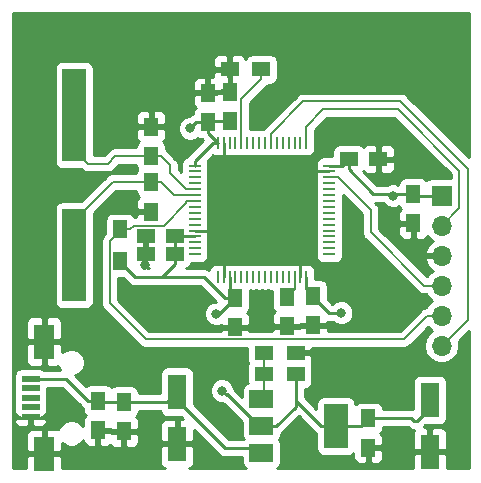
<source format=gbr>
G04 #@! TF.GenerationSoftware,KiCad,Pcbnew,5.0.2-bee76a0~70~ubuntu16.04.1*
G04 #@! TF.CreationDate,2019-01-30T15:52:25+01:00*
G04 #@! TF.ProjectId,Lab1,4c616231-2e6b-4696-9361-645f70636258,rev?*
G04 #@! TF.SameCoordinates,Original*
G04 #@! TF.FileFunction,Copper,L1,Top*
G04 #@! TF.FilePolarity,Positive*
%FSLAX46Y46*%
G04 Gerber Fmt 4.6, Leading zero omitted, Abs format (unit mm)*
G04 Created by KiCad (PCBNEW 5.0.2-bee76a0~70~ubuntu16.04.1) date ons 30 jan 2019 15:52:25*
%MOMM*%
%LPD*%
G01*
G04 APERTURE LIST*
G04 #@! TA.AperFunction,SMDPad,CuDef*
%ADD10R,1.500000X1.300000*%
G04 #@! TD*
G04 #@! TA.AperFunction,SMDPad,CuDef*
%ADD11R,1.800000X3.000000*%
G04 #@! TD*
G04 #@! TA.AperFunction,SMDPad,CuDef*
%ADD12R,1.500000X0.500000*%
G04 #@! TD*
G04 #@! TA.AperFunction,SMDPad,CuDef*
%ADD13R,1.250000X1.500000*%
G04 #@! TD*
G04 #@! TA.AperFunction,SMDPad,CuDef*
%ADD14R,0.250000X1.000000*%
G04 #@! TD*
G04 #@! TA.AperFunction,SMDPad,CuDef*
%ADD15R,1.000000X0.250000*%
G04 #@! TD*
G04 #@! TA.AperFunction,SMDPad,CuDef*
%ADD16R,2.000000X7.875000*%
G04 #@! TD*
G04 #@! TA.AperFunction,SMDPad,CuDef*
%ADD17R,1.500000X1.250000*%
G04 #@! TD*
G04 #@! TA.AperFunction,SMDPad,CuDef*
%ADD18R,1.600000X3.000000*%
G04 #@! TD*
G04 #@! TA.AperFunction,SMDPad,CuDef*
%ADD19R,1.300000X1.500000*%
G04 #@! TD*
G04 #@! TA.AperFunction,SMDPad,CuDef*
%ADD20R,2.000000X3.800000*%
G04 #@! TD*
G04 #@! TA.AperFunction,SMDPad,CuDef*
%ADD21R,2.000000X1.500000*%
G04 #@! TD*
G04 #@! TA.AperFunction,ComponentPad*
%ADD22O,1.700000X1.700000*%
G04 #@! TD*
G04 #@! TA.AperFunction,ComponentPad*
%ADD23R,1.700000X1.700000*%
G04 #@! TD*
G04 #@! TA.AperFunction,ViaPad*
%ADD24C,0.800000*%
G04 #@! TD*
G04 #@! TA.AperFunction,Conductor*
%ADD25C,0.250000*%
G04 #@! TD*
G04 #@! TA.AperFunction,Conductor*
%ADD26C,0.200000*%
G04 #@! TD*
G04 #@! TA.AperFunction,Conductor*
%ADD27C,0.254000*%
G04 #@! TD*
G04 APERTURE END LIST*
D10*
G04 #@! TO.P,R3,1*
G04 #@! TO.N,+3V3*
X124650000Y-91300000D03*
G04 #@! TO.P,R3,2*
G04 #@! TO.N,Net-(R3-Pad2)*
X121950000Y-91300000D03*
G04 #@! TD*
D11*
G04 #@! TO.P,J1,6*
G04 #@! TO.N,GND*
X103350000Y-88550000D03*
X103350000Y-98050000D03*
D12*
G04 #@! TO.P,J1,1*
G04 #@! TO.N,+5V*
X102200000Y-91700000D03*
G04 #@! TO.P,J1,2*
G04 #@! TO.N,/D-*
X102200000Y-92500000D03*
G04 #@! TO.P,J1,3*
G04 #@! TO.N,/D+*
X102200000Y-93300000D03*
G04 #@! TO.P,J1,4*
G04 #@! TO.N,/ID*
X102200000Y-94100000D03*
G04 #@! TO.P,J1,5*
G04 #@! TO.N,GND*
X102200000Y-94900000D03*
G04 #@! TD*
D13*
G04 #@! TO.P,C6,1*
G04 #@! TO.N,Net-(C6-Pad1)*
X123900000Y-84750000D03*
G04 #@! TO.P,C6,2*
G04 #@! TO.N,GND*
X123900000Y-87250000D03*
G04 #@! TD*
G04 #@! TO.P,C15,1*
G04 #@! TO.N,+3V3*
X134600000Y-76050000D03*
G04 #@! TO.P,C15,2*
G04 #@! TO.N,GND*
X134600000Y-78550000D03*
G04 #@! TD*
D14*
G04 #@! TO.P,U2,64*
G04 #@! TO.N,+3V3*
X118050000Y-71700000D03*
G04 #@! TO.P,U2,63*
G04 #@! TO.N,GND*
X118550000Y-71700000D03*
G04 #@! TO.P,U2,62*
G04 #@! TO.N,Net-(U2-Pad62)*
X119050000Y-71700000D03*
G04 #@! TO.P,U2,61*
G04 #@! TO.N,Net-(U2-Pad61)*
X119550000Y-71700000D03*
G04 #@! TO.P,U2,60*
G04 #@! TO.N,Net-(R1-Pad1)*
X120050000Y-71700000D03*
G04 #@! TO.P,U2,59*
G04 #@! TO.N,Net-(U2-Pad59)*
X120550000Y-71700000D03*
G04 #@! TO.P,U2,58*
G04 #@! TO.N,Net-(U2-Pad58)*
X121050000Y-71700000D03*
G04 #@! TO.P,U2,57*
G04 #@! TO.N,Net-(U2-Pad57)*
X121550000Y-71700000D03*
G04 #@! TO.P,U2,56*
G04 #@! TO.N,Net-(U2-Pad56)*
X122050000Y-71700000D03*
G04 #@! TO.P,U2,55*
G04 #@! TO.N,/SWO*
X122550000Y-71700000D03*
G04 #@! TO.P,U2,54*
G04 #@! TO.N,Net-(U2-Pad54)*
X123050000Y-71700000D03*
G04 #@! TO.P,U2,53*
G04 #@! TO.N,Net-(U2-Pad53)*
X123550000Y-71700000D03*
G04 #@! TO.P,U2,52*
G04 #@! TO.N,Net-(U2-Pad52)*
X124050000Y-71700000D03*
G04 #@! TO.P,U2,51*
G04 #@! TO.N,Net-(U2-Pad51)*
X124550000Y-71700000D03*
G04 #@! TO.P,U2,50*
G04 #@! TO.N,Net-(U2-Pad50)*
X125050000Y-71700000D03*
G04 #@! TO.P,U2,49*
G04 #@! TO.N,/SWCLK*
X125550000Y-71700000D03*
D15*
G04 #@! TO.P,U2,48*
G04 #@! TO.N,+3V3*
X127500000Y-73650000D03*
G04 #@! TO.P,U2,47*
G04 #@! TO.N,GND*
X127500000Y-74150000D03*
G04 #@! TO.P,U2,46*
G04 #@! TO.N,/SWDIO*
X127500000Y-74650000D03*
G04 #@! TO.P,U2,45*
G04 #@! TO.N,Net-(U2-Pad45)*
X127500000Y-75150000D03*
G04 #@! TO.P,U2,44*
G04 #@! TO.N,Net-(U2-Pad44)*
X127500000Y-75650000D03*
G04 #@! TO.P,U2,43*
G04 #@! TO.N,Net-(U2-Pad43)*
X127500000Y-76150000D03*
G04 #@! TO.P,U2,42*
G04 #@! TO.N,Net-(U2-Pad42)*
X127500000Y-76650000D03*
G04 #@! TO.P,U2,41*
G04 #@! TO.N,Net-(U2-Pad41)*
X127500000Y-77150000D03*
G04 #@! TO.P,U2,40*
G04 #@! TO.N,Net-(U2-Pad40)*
X127500000Y-77650000D03*
G04 #@! TO.P,U2,39*
G04 #@! TO.N,Net-(U2-Pad39)*
X127500000Y-78150000D03*
G04 #@! TO.P,U2,38*
G04 #@! TO.N,Net-(U2-Pad38)*
X127500000Y-78650000D03*
G04 #@! TO.P,U2,37*
G04 #@! TO.N,Net-(U2-Pad37)*
X127500000Y-79150000D03*
G04 #@! TO.P,U2,36*
G04 #@! TO.N,Net-(U2-Pad36)*
X127500000Y-79650000D03*
G04 #@! TO.P,U2,35*
G04 #@! TO.N,Net-(U2-Pad35)*
X127500000Y-80150000D03*
G04 #@! TO.P,U2,34*
G04 #@! TO.N,Net-(U2-Pad34)*
X127500000Y-80650000D03*
G04 #@! TO.P,U2,33*
G04 #@! TO.N,Net-(U2-Pad33)*
X127500000Y-81150000D03*
D14*
G04 #@! TO.P,U2,32*
G04 #@! TO.N,+3V3*
X125550000Y-83100000D03*
G04 #@! TO.P,U2,31*
G04 #@! TO.N,GND*
X125050000Y-83100000D03*
G04 #@! TO.P,U2,30*
G04 #@! TO.N,Net-(C6-Pad1)*
X124550000Y-83100000D03*
G04 #@! TO.P,U2,29*
G04 #@! TO.N,Net-(U2-Pad29)*
X124050000Y-83100000D03*
G04 #@! TO.P,U2,28*
G04 #@! TO.N,Net-(U2-Pad28)*
X123550000Y-83100000D03*
G04 #@! TO.P,U2,27*
G04 #@! TO.N,Net-(U2-Pad27)*
X123050000Y-83100000D03*
G04 #@! TO.P,U2,26*
G04 #@! TO.N,Net-(U2-Pad26)*
X122550000Y-83100000D03*
G04 #@! TO.P,U2,25*
G04 #@! TO.N,Net-(U2-Pad25)*
X122050000Y-83100000D03*
G04 #@! TO.P,U2,24*
G04 #@! TO.N,Net-(U2-Pad24)*
X121550000Y-83100000D03*
G04 #@! TO.P,U2,23*
G04 #@! TO.N,Net-(U2-Pad23)*
X121050000Y-83100000D03*
G04 #@! TO.P,U2,22*
G04 #@! TO.N,Net-(U2-Pad22)*
X120550000Y-83100000D03*
G04 #@! TO.P,U2,21*
G04 #@! TO.N,Net-(U2-Pad21)*
X120050000Y-83100000D03*
G04 #@! TO.P,U2,20*
G04 #@! TO.N,Net-(U2-Pad20)*
X119550000Y-83100000D03*
G04 #@! TO.P,U2,19*
G04 #@! TO.N,+3V3*
X119050000Y-83100000D03*
G04 #@! TO.P,U2,18*
G04 #@! TO.N,GND*
X118550000Y-83100000D03*
G04 #@! TO.P,U2,17*
G04 #@! TO.N,Net-(U2-Pad17)*
X118050000Y-83100000D03*
D15*
G04 #@! TO.P,U2,16*
G04 #@! TO.N,Net-(U2-Pad16)*
X116100000Y-81150000D03*
G04 #@! TO.P,U2,15*
G04 #@! TO.N,/PA1*
X116100000Y-80650000D03*
G04 #@! TO.P,U2,14*
G04 #@! TO.N,/PA0*
X116100000Y-80150000D03*
G04 #@! TO.P,U2,13*
G04 #@! TO.N,+3V3*
X116100000Y-79650000D03*
G04 #@! TO.P,U2,12*
G04 #@! TO.N,GND*
X116100000Y-79150000D03*
G04 #@! TO.P,U2,11*
G04 #@! TO.N,Net-(U2-Pad11)*
X116100000Y-78650000D03*
G04 #@! TO.P,U2,10*
G04 #@! TO.N,Net-(U2-Pad10)*
X116100000Y-78150000D03*
G04 #@! TO.P,U2,9*
G04 #@! TO.N,Net-(U2-Pad9)*
X116100000Y-77650000D03*
G04 #@! TO.P,U2,8*
G04 #@! TO.N,Net-(U2-Pad8)*
X116100000Y-77150000D03*
G04 #@! TO.P,U2,7*
G04 #@! TO.N,/NRST*
X116100000Y-76650000D03*
G04 #@! TO.P,U2,6*
G04 #@! TO.N,Net-(C5-Pad1)*
X116100000Y-76150000D03*
G04 #@! TO.P,U2,5*
G04 #@! TO.N,Net-(C2-Pad1)*
X116100000Y-75650000D03*
G04 #@! TO.P,U2,4*
G04 #@! TO.N,Net-(U2-Pad4)*
X116100000Y-75150000D03*
G04 #@! TO.P,U2,3*
G04 #@! TO.N,Net-(U2-Pad3)*
X116100000Y-74650000D03*
G04 #@! TO.P,U2,2*
G04 #@! TO.N,Net-(U2-Pad2)*
X116100000Y-74150000D03*
G04 #@! TO.P,U2,1*
G04 #@! TO.N,+3V3*
X116100000Y-73650000D03*
G04 #@! TD*
D16*
G04 #@! TO.P,Y1,2*
G04 #@! TO.N,Net-(C5-Pad1)*
X105900000Y-81237500D03*
G04 #@! TO.P,Y1,1*
G04 #@! TO.N,Net-(C2-Pad1)*
X105900000Y-69362500D03*
G04 #@! TD*
D10*
G04 #@! TO.P,R1,1*
G04 #@! TO.N,Net-(R1-Pad1)*
X121750000Y-65500000D03*
G04 #@! TO.P,R1,2*
G04 #@! TO.N,GND*
X119050000Y-65500000D03*
G04 #@! TD*
D13*
G04 #@! TO.P,C9,1*
G04 #@! TO.N,+3V3*
X126100000Y-84650000D03*
G04 #@! TO.P,C9,2*
G04 #@! TO.N,GND*
X126100000Y-87150000D03*
G04 #@! TD*
D17*
G04 #@! TO.P,C11,1*
G04 #@! TO.N,+3V3*
X129150000Y-73100000D03*
G04 #@! TO.P,C11,2*
G04 #@! TO.N,GND*
X131650000Y-73100000D03*
G04 #@! TD*
G04 #@! TO.P,C10,1*
G04 #@! TO.N,+3V3*
X114450000Y-79600000D03*
G04 #@! TO.P,C10,2*
G04 #@! TO.N,GND*
X111950000Y-79600000D03*
G04 #@! TD*
D13*
G04 #@! TO.P,C12,1*
G04 #@! TO.N,+3V3*
X117200000Y-70000000D03*
G04 #@! TO.P,C12,2*
G04 #@! TO.N,GND*
X117200000Y-67500000D03*
G04 #@! TD*
G04 #@! TO.P,C8,1*
G04 #@! TO.N,+3V3*
X119500000Y-84850000D03*
G04 #@! TO.P,C8,2*
G04 #@! TO.N,GND*
X119500000Y-87350000D03*
G04 #@! TD*
G04 #@! TO.P,C14,1*
G04 #@! TO.N,+3V3*
X119100000Y-69900000D03*
G04 #@! TO.P,C14,2*
G04 #@! TO.N,GND*
X119100000Y-67400000D03*
G04 #@! TD*
G04 #@! TO.P,C2,1*
G04 #@! TO.N,Net-(C2-Pad1)*
X112400000Y-72850000D03*
G04 #@! TO.P,C2,2*
G04 #@! TO.N,GND*
X112400000Y-70350000D03*
G04 #@! TD*
D17*
G04 #@! TO.P,C13,1*
G04 #@! TO.N,+3V3*
X114450000Y-81100000D03*
G04 #@! TO.P,C13,2*
G04 #@! TO.N,GND*
X111950000Y-81100000D03*
G04 #@! TD*
D13*
G04 #@! TO.P,C1,1*
G04 #@! TO.N,+5V*
X107900000Y-93550000D03*
G04 #@! TO.P,C1,2*
G04 #@! TO.N,GND*
X107900000Y-96050000D03*
G04 #@! TD*
D18*
G04 #@! TO.P,C3,1*
G04 #@! TO.N,+5V*
X114600000Y-92800000D03*
G04 #@! TO.P,C3,2*
G04 #@! TO.N,GND*
X114600000Y-97200000D03*
G04 #@! TD*
D13*
G04 #@! TO.P,C4,1*
G04 #@! TO.N,+5V*
X110100000Y-93650000D03*
G04 #@! TO.P,C4,2*
G04 #@! TO.N,GND*
X110100000Y-96150000D03*
G04 #@! TD*
G04 #@! TO.P,C5,1*
G04 #@! TO.N,Net-(C5-Pad1)*
X112400000Y-75050000D03*
G04 #@! TO.P,C5,2*
G04 #@! TO.N,GND*
X112400000Y-77550000D03*
G04 #@! TD*
G04 #@! TO.P,C7,1*
G04 #@! TO.N,+3V3*
X130800000Y-95050000D03*
G04 #@! TO.P,C7,2*
G04 #@! TO.N,GND*
X130800000Y-97550000D03*
G04 #@! TD*
D18*
G04 #@! TO.P,C16,1*
G04 #@! TO.N,+3V3*
X136000000Y-93500000D03*
G04 #@! TO.P,C16,2*
G04 #@! TO.N,GND*
X136000000Y-97900000D03*
G04 #@! TD*
D19*
G04 #@! TO.P,R2,1*
G04 #@! TO.N,+3V3*
X109800000Y-81750000D03*
G04 #@! TO.P,R2,2*
G04 #@! TO.N,/NRST*
X109800000Y-79050000D03*
G04 #@! TD*
D10*
G04 #@! TO.P,R4,1*
G04 #@! TO.N,Net-(R3-Pad2)*
X121950000Y-89500000D03*
G04 #@! TO.P,R4,2*
G04 #@! TO.N,GND*
X124650000Y-89500000D03*
G04 #@! TD*
D20*
G04 #@! TO.P,U1,4*
G04 #@! TO.N,+3V3*
X128050000Y-95700000D03*
D21*
G04 #@! TO.P,U1,2*
X121750000Y-95700000D03*
G04 #@! TO.P,U1,3*
G04 #@! TO.N,+5V*
X121750000Y-98000000D03*
G04 #@! TO.P,U1,1*
G04 #@! TO.N,Net-(R3-Pad2)*
X121750000Y-93400000D03*
G04 #@! TD*
D22*
G04 #@! TO.P,J2,6*
G04 #@! TO.N,/SWO*
X137000000Y-88900000D03*
G04 #@! TO.P,J2,5*
G04 #@! TO.N,/NRST*
X137000000Y-86360000D03*
G04 #@! TO.P,J2,4*
G04 #@! TO.N,/SWDIO*
X137000000Y-83820000D03*
G04 #@! TO.P,J2,3*
G04 #@! TO.N,GND*
X137000000Y-81280000D03*
G04 #@! TO.P,J2,2*
G04 #@! TO.N,/SWCLK*
X137000000Y-78740000D03*
D23*
G04 #@! TO.P,J2,1*
G04 #@! TO.N,+3V3*
X137000000Y-76200000D03*
G04 #@! TD*
D24*
G04 #@! TO.N,GND*
X134900000Y-81100000D03*
X132500000Y-78800000D03*
X121600000Y-84900000D03*
X121600000Y-86900000D03*
X127100000Y-90700000D03*
X133100000Y-90800000D03*
X125300000Y-98300000D03*
X138300000Y-98300000D03*
X111800000Y-90500000D03*
X106800000Y-87400000D03*
X102300000Y-80300000D03*
X102300000Y-70800000D03*
X111900000Y-82100000D03*
X137200000Y-62600000D03*
X137200000Y-67200000D03*
X130200000Y-62600000D03*
X112500000Y-62700000D03*
X102700000Y-62700000D03*
X133400000Y-85200000D03*
X134400000Y-73000000D03*
X108300000Y-98500000D03*
X121800000Y-62600000D03*
G04 #@! TO.N,+3V3*
X118400000Y-92700000D03*
X117900000Y-86200000D03*
X128500000Y-86100000D03*
X132900000Y-76200000D03*
X115700000Y-70500000D03*
G04 #@! TD*
D25*
G04 #@! TO.N,+5V*
X114600000Y-93500000D02*
X114600000Y-92800000D01*
X118700000Y-97600000D02*
X114600000Y-93500000D01*
X121750000Y-97600000D02*
X118700000Y-97600000D01*
X110000000Y-93550000D02*
X110100000Y-93650000D01*
X113750000Y-93650000D02*
X114600000Y-92800000D01*
X110100000Y-93650000D02*
X113750000Y-93650000D01*
X108000000Y-93650000D02*
X107900000Y-93550000D01*
X110100000Y-93650000D02*
X108000000Y-93650000D01*
X103200000Y-91700000D02*
X102200000Y-91700000D01*
X105175000Y-91700000D02*
X103200000Y-91700000D01*
X107025000Y-93550000D02*
X105175000Y-91700000D01*
X107900000Y-93550000D02*
X107025000Y-93550000D01*
G04 #@! TO.N,GND*
X135650000Y-97550000D02*
X136000000Y-97900000D01*
X110100000Y-96275000D02*
X110100000Y-96150000D01*
X108000000Y-96150000D02*
X107900000Y-96050000D01*
X103350000Y-89150000D02*
X103350000Y-88550000D01*
X112200000Y-69650000D02*
X112250000Y-69600000D01*
X118550000Y-71700000D02*
X118550000Y-73150000D01*
X116100000Y-79150000D02*
X117650000Y-79150000D01*
X118550000Y-83100000D02*
X118550000Y-81550000D01*
X125050000Y-83100000D02*
X125050000Y-81450000D01*
X127500000Y-74150000D02*
X125850000Y-74150000D01*
X111950000Y-82050000D02*
X111900000Y-82100000D01*
X111950000Y-81100000D02*
X111950000Y-82050000D01*
D26*
G04 #@! TO.N,Net-(C2-Pad1)*
X113225000Y-72850000D02*
X114000000Y-73625000D01*
X112400000Y-72850000D02*
X113225000Y-72850000D01*
X115400000Y-75650000D02*
X116100000Y-75650000D01*
X114000000Y-74250000D02*
X115400000Y-75650000D01*
X114000000Y-73625000D02*
X114000000Y-74250000D01*
X105900000Y-72300000D02*
X105900000Y-69362500D01*
X107100000Y-73500000D02*
X105900000Y-72300000D01*
X108737500Y-73500000D02*
X107100000Y-73500000D01*
X109387500Y-72850000D02*
X108737500Y-73500000D01*
X112400000Y-72850000D02*
X109387500Y-72850000D01*
G04 #@! TO.N,Net-(C5-Pad1)*
X115400000Y-76150000D02*
X116100000Y-76150000D01*
X114325000Y-76150000D02*
X115400000Y-76150000D01*
X113225000Y-75050000D02*
X114325000Y-76150000D01*
X112400000Y-75050000D02*
X113225000Y-75050000D01*
X105900000Y-78300000D02*
X105900000Y-81237500D01*
X109150000Y-75050000D02*
X105900000Y-78300000D01*
X112400000Y-75050000D02*
X109150000Y-75050000D01*
G04 #@! TO.N,Net-(C6-Pad1)*
X124550000Y-84100000D02*
X124550000Y-83100000D01*
X123900000Y-84750000D02*
X124550000Y-84100000D01*
D25*
G04 #@! TO.N,+3V3*
X128600000Y-73650000D02*
X129150000Y-73100000D01*
X127500000Y-73650000D02*
X128600000Y-73650000D01*
X114500000Y-79650000D02*
X114450000Y-79600000D01*
X116100000Y-79650000D02*
X114500000Y-79650000D01*
X119050000Y-84400000D02*
X119050000Y-83100000D01*
X119500000Y-84850000D02*
X119050000Y-84400000D01*
X125550000Y-84100000D02*
X126100000Y-84650000D01*
X125550000Y-83100000D02*
X125550000Y-84100000D01*
X124650000Y-93550000D02*
X126800000Y-95700000D01*
X126800000Y-95700000D02*
X128050000Y-95700000D01*
X124650000Y-91300000D02*
X124650000Y-93550000D01*
X124650000Y-94050000D02*
X124650000Y-93550000D01*
X123000000Y-95700000D02*
X124650000Y-94050000D01*
X121750000Y-95700000D02*
X123000000Y-95700000D01*
X130150000Y-95700000D02*
X130800000Y-95050000D01*
X128050000Y-95700000D02*
X130150000Y-95700000D01*
X136000000Y-94200000D02*
X136000000Y-93500000D01*
X134950000Y-95250000D02*
X136000000Y-94200000D01*
X134650000Y-95250000D02*
X134950000Y-95250000D01*
X134450000Y-95050000D02*
X134650000Y-95250000D01*
X130800000Y-95050000D02*
X134450000Y-95050000D01*
X136950000Y-76150000D02*
X137000000Y-76200000D01*
X134750000Y-76200000D02*
X134600000Y-76050000D01*
X137000000Y-76200000D02*
X134750000Y-76200000D01*
X114450000Y-79600000D02*
X114450000Y-81100000D01*
X109800000Y-81850000D02*
X109800000Y-81750000D01*
X114450000Y-81100000D02*
X114450000Y-81975000D01*
X114450000Y-81975000D02*
X113325000Y-83100000D01*
X113325000Y-83100000D02*
X111050000Y-83100000D01*
X111050000Y-83100000D02*
X109800000Y-81850000D01*
X117300000Y-69900000D02*
X117200000Y-70000000D01*
X119100000Y-69900000D02*
X117300000Y-69900000D01*
X117200000Y-70850000D02*
X118050000Y-71700000D01*
X117200000Y-70000000D02*
X117200000Y-70850000D01*
X129150000Y-73975000D02*
X131225000Y-76050000D01*
X129150000Y-73100000D02*
X129150000Y-73975000D01*
X116875000Y-83100000D02*
X113325000Y-83100000D01*
X118625000Y-84850000D02*
X116875000Y-83100000D01*
X119500000Y-84850000D02*
X118625000Y-84850000D01*
X121750000Y-95700000D02*
X121500000Y-95700000D01*
X118900000Y-93100000D02*
X118800000Y-93000000D01*
X121500000Y-95700000D02*
X118900000Y-93100000D01*
X118900000Y-93100000D02*
X118800000Y-93100000D01*
X118800000Y-93100000D02*
X118400000Y-92700000D01*
X118150000Y-86200000D02*
X119500000Y-84850000D01*
X117900000Y-86200000D02*
X118150000Y-86200000D01*
X126100000Y-84775000D02*
X126100000Y-84650000D01*
X127425000Y-86100000D02*
X126100000Y-84775000D01*
X128500000Y-86100000D02*
X127425000Y-86100000D01*
X132900000Y-76200000D02*
X133050000Y-76050000D01*
X133400000Y-76050000D02*
X134600000Y-76050000D01*
X133050000Y-76050000D02*
X133400000Y-76050000D01*
X131225000Y-76050000D02*
X133400000Y-76050000D01*
X117675000Y-71700000D02*
X118050000Y-71700000D01*
X116100000Y-73275000D02*
X117675000Y-71700000D01*
X116100000Y-73650000D02*
X116100000Y-73275000D01*
X116200000Y-70000000D02*
X115700000Y-70500000D01*
X117200000Y-70000000D02*
X116200000Y-70000000D01*
D26*
G04 #@! TO.N,/SWO*
X137000000Y-88900000D02*
X139200000Y-86700000D01*
X139200000Y-86700000D02*
X139200000Y-73900000D01*
X139200000Y-73900000D02*
X133500000Y-68200000D01*
X122550000Y-71000000D02*
X122550000Y-71700000D01*
X122550000Y-70950000D02*
X122550000Y-71000000D01*
X125300000Y-68200000D02*
X122550000Y-70950000D01*
X133500000Y-68200000D02*
X125300000Y-68200000D01*
G04 #@! TO.N,/SWDIO*
X137000000Y-83820000D02*
X135520000Y-83820000D01*
X135520000Y-83820000D02*
X131000000Y-79300000D01*
X128200000Y-74650000D02*
X127500000Y-74650000D01*
X131000000Y-77450000D02*
X128200000Y-74650000D01*
X131000000Y-79300000D02*
X131000000Y-77450000D01*
G04 #@! TO.N,/SWCLK*
X137000000Y-78740000D02*
X138500000Y-77240000D01*
X138500000Y-77240000D02*
X138500000Y-74100000D01*
X138500000Y-74100000D02*
X133300000Y-68900000D01*
X133300000Y-68900000D02*
X127000000Y-68900000D01*
X125550000Y-70350000D02*
X125550000Y-71700000D01*
X127000000Y-68900000D02*
X125550000Y-70350000D01*
G04 #@! TO.N,/NRST*
X115400000Y-76650000D02*
X115350000Y-76700000D01*
X116100000Y-76650000D02*
X115400000Y-76650000D01*
X115350000Y-76700000D02*
X115350000Y-76850000D01*
X110650000Y-79050000D02*
X109800000Y-79050000D01*
X110975001Y-78724999D02*
X110650000Y-79050000D01*
X113475001Y-78724999D02*
X110975001Y-78724999D01*
X115350000Y-76850000D02*
X113475001Y-78724999D01*
X133807918Y-88350001D02*
X111950001Y-88350001D01*
X135797919Y-86360000D02*
X133807918Y-88350001D01*
X137000000Y-86360000D02*
X135797919Y-86360000D01*
X109800000Y-79150000D02*
X109800000Y-79050000D01*
X108899999Y-80050001D02*
X109800000Y-79150000D01*
X108899999Y-85299999D02*
X108899999Y-80050001D01*
X111950001Y-88350001D02*
X108899999Y-85299999D01*
G04 #@! TO.N,Net-(R1-Pad1)*
X120050000Y-68050000D02*
X120050000Y-71700000D01*
X121750000Y-66350000D02*
X120050000Y-68050000D01*
X121750000Y-65500000D02*
X121750000Y-66350000D01*
G04 #@! TO.N,Net-(R3-Pad2)*
X121950000Y-89500000D02*
X121950000Y-91300000D01*
X121950000Y-93200000D02*
X121750000Y-93400000D01*
X121950000Y-91300000D02*
X121950000Y-93200000D01*
G04 #@! TD*
D27*
G04 #@! TO.N,GND*
G36*
X135929375Y-87430625D02*
X136227761Y-87630000D01*
X135929375Y-87829375D01*
X135601161Y-88320582D01*
X135485908Y-88900000D01*
X135601161Y-89479418D01*
X135929375Y-89970625D01*
X136420582Y-90298839D01*
X136853744Y-90385000D01*
X137146256Y-90385000D01*
X137579418Y-90298839D01*
X138070625Y-89970625D01*
X138398839Y-89479418D01*
X138514092Y-88900000D01*
X138435343Y-88504103D01*
X139290001Y-87649446D01*
X139290001Y-99290000D01*
X137435000Y-99290000D01*
X137435000Y-98185750D01*
X137276250Y-98027000D01*
X136127000Y-98027000D01*
X136127000Y-98047000D01*
X135873000Y-98047000D01*
X135873000Y-98027000D01*
X134723750Y-98027000D01*
X134565000Y-98185750D01*
X134565000Y-99290000D01*
X123084802Y-99290000D01*
X123207809Y-99207809D01*
X123348157Y-98997765D01*
X123397440Y-98750000D01*
X123397440Y-97250000D01*
X123348157Y-97002235D01*
X123246436Y-96850000D01*
X123348157Y-96697765D01*
X123397440Y-96450000D01*
X123397440Y-96348483D01*
X123547929Y-96247929D01*
X123590331Y-96184470D01*
X124900001Y-94874802D01*
X126209671Y-96184473D01*
X126252071Y-96247929D01*
X126402560Y-96348483D01*
X126402560Y-97600000D01*
X126451843Y-97847765D01*
X126592191Y-98057809D01*
X126802235Y-98198157D01*
X127050000Y-98247440D01*
X129050000Y-98247440D01*
X129297765Y-98198157D01*
X129507809Y-98057809D01*
X129540000Y-98009632D01*
X129540000Y-98426309D01*
X129636673Y-98659698D01*
X129815301Y-98838327D01*
X130048690Y-98935000D01*
X130514250Y-98935000D01*
X130673000Y-98776250D01*
X130673000Y-97677000D01*
X130927000Y-97677000D01*
X130927000Y-98776250D01*
X131085750Y-98935000D01*
X131551310Y-98935000D01*
X131784699Y-98838327D01*
X131963327Y-98659698D01*
X132060000Y-98426309D01*
X132060000Y-97835750D01*
X131901250Y-97677000D01*
X130927000Y-97677000D01*
X130673000Y-97677000D01*
X130653000Y-97677000D01*
X130653000Y-97423000D01*
X130673000Y-97423000D01*
X130673000Y-97403000D01*
X130927000Y-97403000D01*
X130927000Y-97423000D01*
X131901250Y-97423000D01*
X132060000Y-97264250D01*
X132060000Y-96673691D01*
X131963327Y-96440302D01*
X131821680Y-96298654D01*
X131882809Y-96257809D01*
X132023157Y-96047765D01*
X132070451Y-95810000D01*
X134120137Y-95810000D01*
X134353463Y-95965904D01*
X134575148Y-96010000D01*
X134575152Y-96010000D01*
X134650000Y-96024888D01*
X134683813Y-96018162D01*
X134661673Y-96040302D01*
X134565000Y-96273691D01*
X134565000Y-97614250D01*
X134723750Y-97773000D01*
X135873000Y-97773000D01*
X135873000Y-95923750D01*
X136127000Y-95923750D01*
X136127000Y-97773000D01*
X137276250Y-97773000D01*
X137435000Y-97614250D01*
X137435000Y-96273691D01*
X137338327Y-96040302D01*
X137159699Y-95861673D01*
X136926310Y-95765000D01*
X136285750Y-95765000D01*
X136127000Y-95923750D01*
X135873000Y-95923750D01*
X135714250Y-95765000D01*
X135519931Y-95765000D01*
X135540331Y-95734470D01*
X135627361Y-95647440D01*
X136800000Y-95647440D01*
X137047765Y-95598157D01*
X137257809Y-95457809D01*
X137398157Y-95247765D01*
X137447440Y-95000000D01*
X137447440Y-92000000D01*
X137398157Y-91752235D01*
X137257809Y-91542191D01*
X137047765Y-91401843D01*
X136800000Y-91352560D01*
X135200000Y-91352560D01*
X134952235Y-91401843D01*
X134742191Y-91542191D01*
X134601843Y-91752235D01*
X134552560Y-92000000D01*
X134552560Y-94295511D01*
X134524852Y-94290000D01*
X134524847Y-94290000D01*
X134450000Y-94275112D01*
X134375153Y-94290000D01*
X132070451Y-94290000D01*
X132023157Y-94052235D01*
X131882809Y-93842191D01*
X131672765Y-93701843D01*
X131425000Y-93652560D01*
X130175000Y-93652560D01*
X129927235Y-93701843D01*
X129717191Y-93842191D01*
X129697440Y-93871750D01*
X129697440Y-93800000D01*
X129648157Y-93552235D01*
X129507809Y-93342191D01*
X129297765Y-93201843D01*
X129050000Y-93152560D01*
X127050000Y-93152560D01*
X126802235Y-93201843D01*
X126592191Y-93342191D01*
X126451843Y-93552235D01*
X126402560Y-93800000D01*
X126402560Y-94227758D01*
X125410000Y-93235199D01*
X125410000Y-92595451D01*
X125647765Y-92548157D01*
X125857809Y-92407809D01*
X125998157Y-92197765D01*
X126047440Y-91950000D01*
X126047440Y-90650000D01*
X125998157Y-90402235D01*
X125988702Y-90388084D01*
X126035000Y-90276310D01*
X126035000Y-89785750D01*
X125876250Y-89627000D01*
X124777000Y-89627000D01*
X124777000Y-89647000D01*
X124523000Y-89647000D01*
X124523000Y-89627000D01*
X124503000Y-89627000D01*
X124503000Y-89373000D01*
X124523000Y-89373000D01*
X124523000Y-89353000D01*
X124777000Y-89353000D01*
X124777000Y-89373000D01*
X125876250Y-89373000D01*
X126035000Y-89214250D01*
X126035000Y-89085001D01*
X133735534Y-89085001D01*
X133807918Y-89099399D01*
X133880302Y-89085001D01*
X133880306Y-89085001D01*
X134094701Y-89042355D01*
X134337823Y-88879906D01*
X134378829Y-88818536D01*
X135864233Y-87333133D01*
X135929375Y-87430625D01*
X135929375Y-87430625D01*
G37*
X135929375Y-87430625D02*
X136227761Y-87630000D01*
X135929375Y-87829375D01*
X135601161Y-88320582D01*
X135485908Y-88900000D01*
X135601161Y-89479418D01*
X135929375Y-89970625D01*
X136420582Y-90298839D01*
X136853744Y-90385000D01*
X137146256Y-90385000D01*
X137579418Y-90298839D01*
X138070625Y-89970625D01*
X138398839Y-89479418D01*
X138514092Y-88900000D01*
X138435343Y-88504103D01*
X139290001Y-87649446D01*
X139290001Y-99290000D01*
X137435000Y-99290000D01*
X137435000Y-98185750D01*
X137276250Y-98027000D01*
X136127000Y-98027000D01*
X136127000Y-98047000D01*
X135873000Y-98047000D01*
X135873000Y-98027000D01*
X134723750Y-98027000D01*
X134565000Y-98185750D01*
X134565000Y-99290000D01*
X123084802Y-99290000D01*
X123207809Y-99207809D01*
X123348157Y-98997765D01*
X123397440Y-98750000D01*
X123397440Y-97250000D01*
X123348157Y-97002235D01*
X123246436Y-96850000D01*
X123348157Y-96697765D01*
X123397440Y-96450000D01*
X123397440Y-96348483D01*
X123547929Y-96247929D01*
X123590331Y-96184470D01*
X124900001Y-94874802D01*
X126209671Y-96184473D01*
X126252071Y-96247929D01*
X126402560Y-96348483D01*
X126402560Y-97600000D01*
X126451843Y-97847765D01*
X126592191Y-98057809D01*
X126802235Y-98198157D01*
X127050000Y-98247440D01*
X129050000Y-98247440D01*
X129297765Y-98198157D01*
X129507809Y-98057809D01*
X129540000Y-98009632D01*
X129540000Y-98426309D01*
X129636673Y-98659698D01*
X129815301Y-98838327D01*
X130048690Y-98935000D01*
X130514250Y-98935000D01*
X130673000Y-98776250D01*
X130673000Y-97677000D01*
X130927000Y-97677000D01*
X130927000Y-98776250D01*
X131085750Y-98935000D01*
X131551310Y-98935000D01*
X131784699Y-98838327D01*
X131963327Y-98659698D01*
X132060000Y-98426309D01*
X132060000Y-97835750D01*
X131901250Y-97677000D01*
X130927000Y-97677000D01*
X130673000Y-97677000D01*
X130653000Y-97677000D01*
X130653000Y-97423000D01*
X130673000Y-97423000D01*
X130673000Y-97403000D01*
X130927000Y-97403000D01*
X130927000Y-97423000D01*
X131901250Y-97423000D01*
X132060000Y-97264250D01*
X132060000Y-96673691D01*
X131963327Y-96440302D01*
X131821680Y-96298654D01*
X131882809Y-96257809D01*
X132023157Y-96047765D01*
X132070451Y-95810000D01*
X134120137Y-95810000D01*
X134353463Y-95965904D01*
X134575148Y-96010000D01*
X134575152Y-96010000D01*
X134650000Y-96024888D01*
X134683813Y-96018162D01*
X134661673Y-96040302D01*
X134565000Y-96273691D01*
X134565000Y-97614250D01*
X134723750Y-97773000D01*
X135873000Y-97773000D01*
X135873000Y-95923750D01*
X136127000Y-95923750D01*
X136127000Y-97773000D01*
X137276250Y-97773000D01*
X137435000Y-97614250D01*
X137435000Y-96273691D01*
X137338327Y-96040302D01*
X137159699Y-95861673D01*
X136926310Y-95765000D01*
X136285750Y-95765000D01*
X136127000Y-95923750D01*
X135873000Y-95923750D01*
X135714250Y-95765000D01*
X135519931Y-95765000D01*
X135540331Y-95734470D01*
X135627361Y-95647440D01*
X136800000Y-95647440D01*
X137047765Y-95598157D01*
X137257809Y-95457809D01*
X137398157Y-95247765D01*
X137447440Y-95000000D01*
X137447440Y-92000000D01*
X137398157Y-91752235D01*
X137257809Y-91542191D01*
X137047765Y-91401843D01*
X136800000Y-91352560D01*
X135200000Y-91352560D01*
X134952235Y-91401843D01*
X134742191Y-91542191D01*
X134601843Y-91752235D01*
X134552560Y-92000000D01*
X134552560Y-94295511D01*
X134524852Y-94290000D01*
X134524847Y-94290000D01*
X134450000Y-94275112D01*
X134375153Y-94290000D01*
X132070451Y-94290000D01*
X132023157Y-94052235D01*
X131882809Y-93842191D01*
X131672765Y-93701843D01*
X131425000Y-93652560D01*
X130175000Y-93652560D01*
X129927235Y-93701843D01*
X129717191Y-93842191D01*
X129697440Y-93871750D01*
X129697440Y-93800000D01*
X129648157Y-93552235D01*
X129507809Y-93342191D01*
X129297765Y-93201843D01*
X129050000Y-93152560D01*
X127050000Y-93152560D01*
X126802235Y-93201843D01*
X126592191Y-93342191D01*
X126451843Y-93552235D01*
X126402560Y-93800000D01*
X126402560Y-94227758D01*
X125410000Y-93235199D01*
X125410000Y-92595451D01*
X125647765Y-92548157D01*
X125857809Y-92407809D01*
X125998157Y-92197765D01*
X126047440Y-91950000D01*
X126047440Y-90650000D01*
X125998157Y-90402235D01*
X125988702Y-90388084D01*
X126035000Y-90276310D01*
X126035000Y-89785750D01*
X125876250Y-89627000D01*
X124777000Y-89627000D01*
X124777000Y-89647000D01*
X124523000Y-89647000D01*
X124523000Y-89627000D01*
X124503000Y-89627000D01*
X124503000Y-89373000D01*
X124523000Y-89373000D01*
X124523000Y-89353000D01*
X124777000Y-89353000D01*
X124777000Y-89373000D01*
X125876250Y-89373000D01*
X126035000Y-89214250D01*
X126035000Y-89085001D01*
X133735534Y-89085001D01*
X133807918Y-89099399D01*
X133880302Y-89085001D01*
X133880306Y-89085001D01*
X134094701Y-89042355D01*
X134337823Y-88879906D01*
X134378829Y-88818536D01*
X135864233Y-87333133D01*
X135929375Y-87430625D01*
G36*
X139290000Y-72950553D02*
X134070911Y-67731465D01*
X134029905Y-67670095D01*
X133786783Y-67507646D01*
X133572388Y-67465000D01*
X133572384Y-67465000D01*
X133500000Y-67450602D01*
X133427616Y-67465000D01*
X125372383Y-67465000D01*
X125299999Y-67450602D01*
X125227615Y-67465000D01*
X125227612Y-67465000D01*
X125013217Y-67507646D01*
X124770095Y-67670095D01*
X124729091Y-67731463D01*
X122081465Y-70379089D01*
X122020095Y-70420095D01*
X121931585Y-70552560D01*
X121925000Y-70552560D01*
X121800000Y-70577424D01*
X121675000Y-70552560D01*
X121425000Y-70552560D01*
X121300000Y-70577424D01*
X121175000Y-70552560D01*
X120925000Y-70552560D01*
X120800000Y-70577424D01*
X120785000Y-70574440D01*
X120785000Y-68354446D01*
X122218537Y-66920910D01*
X122279905Y-66879905D01*
X122335006Y-66797440D01*
X122500000Y-66797440D01*
X122747765Y-66748157D01*
X122957809Y-66607809D01*
X123098157Y-66397765D01*
X123147440Y-66150000D01*
X123147440Y-64850000D01*
X123098157Y-64602235D01*
X122957809Y-64392191D01*
X122747765Y-64251843D01*
X122500000Y-64202560D01*
X121000000Y-64202560D01*
X120752235Y-64251843D01*
X120542191Y-64392191D01*
X120401843Y-64602235D01*
X120396279Y-64630209D01*
X120338327Y-64490301D01*
X120159698Y-64311673D01*
X119926309Y-64215000D01*
X119335750Y-64215000D01*
X119177000Y-64373750D01*
X119177000Y-65373000D01*
X119197000Y-65373000D01*
X119197000Y-65627000D01*
X119177000Y-65627000D01*
X119177000Y-66626250D01*
X119227000Y-66676250D01*
X119227000Y-67273000D01*
X119247000Y-67273000D01*
X119247000Y-67527000D01*
X119227000Y-67527000D01*
X119227000Y-67547000D01*
X118973000Y-67547000D01*
X118973000Y-67527000D01*
X117998750Y-67527000D01*
X117898750Y-67627000D01*
X117327000Y-67627000D01*
X117327000Y-67647000D01*
X117073000Y-67647000D01*
X117073000Y-67627000D01*
X116098750Y-67627000D01*
X115940000Y-67785750D01*
X115940000Y-68376309D01*
X116036673Y-68609698D01*
X116178320Y-68751346D01*
X116117191Y-68792191D01*
X115976843Y-69002235D01*
X115927560Y-69250000D01*
X115927560Y-69279303D01*
X115903462Y-69284096D01*
X115716418Y-69409076D01*
X115652071Y-69452071D01*
X115643432Y-69465000D01*
X115494126Y-69465000D01*
X115113720Y-69622569D01*
X114822569Y-69913720D01*
X114665000Y-70294126D01*
X114665000Y-70705874D01*
X114822569Y-71086280D01*
X115113720Y-71377431D01*
X115494126Y-71535000D01*
X115905874Y-71535000D01*
X116286280Y-71377431D01*
X116320233Y-71343478D01*
X116327235Y-71348157D01*
X116575000Y-71397440D01*
X116651745Y-71397440D01*
X116652072Y-71397929D01*
X116715528Y-71440329D01*
X116787698Y-71512499D01*
X115615529Y-72684670D01*
X115552071Y-72727071D01*
X115428758Y-72911622D01*
X115352235Y-72926843D01*
X115142191Y-73067191D01*
X115001843Y-73277235D01*
X114952560Y-73525000D01*
X114952560Y-73775000D01*
X114977424Y-73899999D01*
X114952560Y-74025000D01*
X114952560Y-74163114D01*
X114735000Y-73945554D01*
X114735000Y-73697388D01*
X114749399Y-73625000D01*
X114729508Y-73525000D01*
X114692354Y-73338217D01*
X114529905Y-73095095D01*
X114468538Y-73054091D01*
X113795911Y-72381465D01*
X113754905Y-72320095D01*
X113672440Y-72264994D01*
X113672440Y-72100000D01*
X113623157Y-71852235D01*
X113482809Y-71642191D01*
X113421680Y-71601346D01*
X113563327Y-71459698D01*
X113660000Y-71226309D01*
X113660000Y-70635750D01*
X113501250Y-70477000D01*
X112527000Y-70477000D01*
X112527000Y-70497000D01*
X112273000Y-70497000D01*
X112273000Y-70477000D01*
X111298750Y-70477000D01*
X111140000Y-70635750D01*
X111140000Y-71226309D01*
X111236673Y-71459698D01*
X111378320Y-71601346D01*
X111317191Y-71642191D01*
X111176843Y-71852235D01*
X111127560Y-72100000D01*
X111127560Y-72115000D01*
X109459884Y-72115000D01*
X109387500Y-72100602D01*
X109315116Y-72115000D01*
X109315112Y-72115000D01*
X109100717Y-72157646D01*
X108857595Y-72320095D01*
X108816590Y-72381463D01*
X108433054Y-72765000D01*
X107547440Y-72765000D01*
X107547440Y-69473691D01*
X111140000Y-69473691D01*
X111140000Y-70064250D01*
X111298750Y-70223000D01*
X112273000Y-70223000D01*
X112273000Y-69123750D01*
X112527000Y-69123750D01*
X112527000Y-70223000D01*
X113501250Y-70223000D01*
X113660000Y-70064250D01*
X113660000Y-69473691D01*
X113563327Y-69240302D01*
X113384699Y-69061673D01*
X113151310Y-68965000D01*
X112685750Y-68965000D01*
X112527000Y-69123750D01*
X112273000Y-69123750D01*
X112114250Y-68965000D01*
X111648690Y-68965000D01*
X111415301Y-69061673D01*
X111236673Y-69240302D01*
X111140000Y-69473691D01*
X107547440Y-69473691D01*
X107547440Y-66623691D01*
X115940000Y-66623691D01*
X115940000Y-67214250D01*
X116098750Y-67373000D01*
X117073000Y-67373000D01*
X117073000Y-66273750D01*
X117327000Y-66273750D01*
X117327000Y-67373000D01*
X118301250Y-67373000D01*
X118401250Y-67273000D01*
X118973000Y-67273000D01*
X118973000Y-66173750D01*
X118923000Y-66123750D01*
X118923000Y-65627000D01*
X117823750Y-65627000D01*
X117665000Y-65785750D01*
X117665000Y-66115000D01*
X117485750Y-66115000D01*
X117327000Y-66273750D01*
X117073000Y-66273750D01*
X116914250Y-66115000D01*
X116448690Y-66115000D01*
X116215301Y-66211673D01*
X116036673Y-66390302D01*
X115940000Y-66623691D01*
X107547440Y-66623691D01*
X107547440Y-65425000D01*
X107498157Y-65177235D01*
X107357809Y-64967191D01*
X107147765Y-64826843D01*
X106900000Y-64777560D01*
X104900000Y-64777560D01*
X104652235Y-64826843D01*
X104442191Y-64967191D01*
X104301843Y-65177235D01*
X104252560Y-65425000D01*
X104252560Y-73300000D01*
X104301843Y-73547765D01*
X104442191Y-73757809D01*
X104652235Y-73898157D01*
X104900000Y-73947440D01*
X106507993Y-73947440D01*
X106529090Y-73968537D01*
X106570095Y-74029905D01*
X106813217Y-74192354D01*
X107027612Y-74235000D01*
X107027615Y-74235000D01*
X107099999Y-74249398D01*
X107172383Y-74235000D01*
X108665116Y-74235000D01*
X108737500Y-74249398D01*
X108809884Y-74235000D01*
X108809888Y-74235000D01*
X109024283Y-74192354D01*
X109267405Y-74029905D01*
X109308411Y-73968535D01*
X109691947Y-73585000D01*
X111127560Y-73585000D01*
X111127560Y-73600000D01*
X111176843Y-73847765D01*
X111245155Y-73950000D01*
X111176843Y-74052235D01*
X111127560Y-74300000D01*
X111127560Y-74315000D01*
X109222383Y-74315000D01*
X109149999Y-74300602D01*
X109077615Y-74315000D01*
X109077612Y-74315000D01*
X108863217Y-74357646D01*
X108620095Y-74520095D01*
X108579091Y-74581463D01*
X106507994Y-76652560D01*
X104900000Y-76652560D01*
X104652235Y-76701843D01*
X104442191Y-76842191D01*
X104301843Y-77052235D01*
X104252560Y-77300000D01*
X104252560Y-85175000D01*
X104301843Y-85422765D01*
X104442191Y-85632809D01*
X104652235Y-85773157D01*
X104900000Y-85822440D01*
X106900000Y-85822440D01*
X107147765Y-85773157D01*
X107357809Y-85632809D01*
X107498157Y-85422765D01*
X107547440Y-85175000D01*
X107547440Y-77692006D01*
X109454447Y-75785000D01*
X111127560Y-75785000D01*
X111127560Y-75800000D01*
X111176843Y-76047765D01*
X111317191Y-76257809D01*
X111378320Y-76298654D01*
X111236673Y-76440302D01*
X111140000Y-76673691D01*
X111140000Y-77264250D01*
X111298750Y-77423000D01*
X112273000Y-77423000D01*
X112273000Y-77403000D01*
X112527000Y-77403000D01*
X112527000Y-77423000D01*
X112547000Y-77423000D01*
X112547000Y-77677000D01*
X112527000Y-77677000D01*
X112527000Y-77697000D01*
X112273000Y-77697000D01*
X112273000Y-77677000D01*
X111298750Y-77677000D01*
X111140000Y-77835750D01*
X111140000Y-77989999D01*
X111047385Y-77989999D01*
X111000316Y-77980636D01*
X110907809Y-77842191D01*
X110697765Y-77701843D01*
X110450000Y-77652560D01*
X109150000Y-77652560D01*
X108902235Y-77701843D01*
X108692191Y-77842191D01*
X108551843Y-78052235D01*
X108502560Y-78300000D01*
X108502560Y-79407994D01*
X108431462Y-79479092D01*
X108370095Y-79520096D01*
X108329091Y-79581463D01*
X108329090Y-79581464D01*
X108207645Y-79763219D01*
X108150601Y-80050001D01*
X108165000Y-80122390D01*
X108164999Y-85227615D01*
X108150601Y-85299999D01*
X108164999Y-85372383D01*
X108164999Y-85372386D01*
X108207645Y-85586781D01*
X108370094Y-85829904D01*
X108431464Y-85870910D01*
X111379092Y-88818538D01*
X111420096Y-88879906D01*
X111663218Y-89042355D01*
X111877613Y-89085001D01*
X111877616Y-89085001D01*
X111950000Y-89099399D01*
X112022384Y-89085001D01*
X120552560Y-89085001D01*
X120552560Y-90150000D01*
X120601843Y-90397765D01*
X120603336Y-90400000D01*
X120601843Y-90402235D01*
X120552560Y-90650000D01*
X120552560Y-91950000D01*
X120570131Y-92038338D01*
X120502235Y-92051843D01*
X120292191Y-92192191D01*
X120151843Y-92402235D01*
X120102560Y-92650000D01*
X120102560Y-93227759D01*
X119490331Y-92615530D01*
X119447929Y-92552071D01*
X119435000Y-92543432D01*
X119435000Y-92494126D01*
X119277431Y-92113720D01*
X118986280Y-91822569D01*
X118605874Y-91665000D01*
X118194126Y-91665000D01*
X117813720Y-91822569D01*
X117522569Y-92113720D01*
X117365000Y-92494126D01*
X117365000Y-92905874D01*
X117522569Y-93286280D01*
X117813720Y-93577431D01*
X118194126Y-93735000D01*
X118382382Y-93735000D01*
X118503463Y-93815904D01*
X118550449Y-93825250D01*
X120102560Y-95377362D01*
X120102560Y-96450000D01*
X120151843Y-96697765D01*
X120246882Y-96840000D01*
X119014802Y-96840000D01*
X116047440Y-93872639D01*
X116047440Y-91300000D01*
X115998157Y-91052235D01*
X115857809Y-90842191D01*
X115647765Y-90701843D01*
X115400000Y-90652560D01*
X113800000Y-90652560D01*
X113552235Y-90701843D01*
X113342191Y-90842191D01*
X113201843Y-91052235D01*
X113152560Y-91300000D01*
X113152560Y-92890000D01*
X111370451Y-92890000D01*
X111323157Y-92652235D01*
X111182809Y-92442191D01*
X110972765Y-92301843D01*
X110725000Y-92252560D01*
X109475000Y-92252560D01*
X109227235Y-92301843D01*
X109039616Y-92427207D01*
X108982809Y-92342191D01*
X108772765Y-92201843D01*
X108525000Y-92152560D01*
X107275000Y-92152560D01*
X107027235Y-92201843D01*
X106862031Y-92312230D01*
X105952866Y-91403064D01*
X106292926Y-91262207D01*
X106612207Y-90942926D01*
X106785000Y-90525766D01*
X106785000Y-90074234D01*
X106612207Y-89657074D01*
X106292926Y-89337793D01*
X105875766Y-89165000D01*
X105424234Y-89165000D01*
X105007074Y-89337793D01*
X104885000Y-89459867D01*
X104885000Y-88835750D01*
X104726250Y-88677000D01*
X103477000Y-88677000D01*
X103477000Y-90526250D01*
X103635750Y-90685000D01*
X104376310Y-90685000D01*
X104550987Y-90612646D01*
X104686581Y-90940000D01*
X103329700Y-90940000D01*
X103197765Y-90851843D01*
X102950000Y-90802560D01*
X101450000Y-90802560D01*
X101202235Y-90851843D01*
X100992191Y-90992191D01*
X100851843Y-91202235D01*
X100802560Y-91450000D01*
X100802560Y-91950000D01*
X100832397Y-92100000D01*
X100802560Y-92250000D01*
X100802560Y-92750000D01*
X100832397Y-92900000D01*
X100802560Y-93050000D01*
X100802560Y-93550000D01*
X100832397Y-93700000D01*
X100802560Y-93850000D01*
X100802560Y-94350000D01*
X100829936Y-94487632D01*
X100815000Y-94523691D01*
X100815000Y-94616250D01*
X100963258Y-94764508D01*
X100992191Y-94807809D01*
X101202235Y-94948157D01*
X101450000Y-94997440D01*
X102950000Y-94997440D01*
X103197765Y-94948157D01*
X103407809Y-94807809D01*
X103436742Y-94764508D01*
X103585000Y-94616250D01*
X103585000Y-94523691D01*
X103570064Y-94487632D01*
X103597440Y-94350000D01*
X103597440Y-93850000D01*
X103567603Y-93700000D01*
X103597440Y-93550000D01*
X103597440Y-93050000D01*
X103567603Y-92900000D01*
X103597440Y-92750000D01*
X103597440Y-92460000D01*
X104860199Y-92460000D01*
X106434670Y-94034472D01*
X106477071Y-94097929D01*
X106627560Y-94198483D01*
X106627560Y-94300000D01*
X106676843Y-94547765D01*
X106817191Y-94757809D01*
X106878320Y-94798654D01*
X106736673Y-94940302D01*
X106640000Y-95173691D01*
X106640000Y-95724172D01*
X106612207Y-95657074D01*
X106292926Y-95337793D01*
X105875766Y-95165000D01*
X105424234Y-95165000D01*
X105007074Y-95337793D01*
X104687793Y-95657074D01*
X104550987Y-95987354D01*
X104376310Y-95915000D01*
X103635750Y-95915000D01*
X103477000Y-96073750D01*
X103477000Y-97923000D01*
X104726250Y-97923000D01*
X104885000Y-97764250D01*
X104885000Y-97140133D01*
X105007074Y-97262207D01*
X105424234Y-97435000D01*
X105875766Y-97435000D01*
X106292926Y-97262207D01*
X106612207Y-96942926D01*
X106640000Y-96875828D01*
X106640000Y-96926309D01*
X106736673Y-97159698D01*
X106915301Y-97338327D01*
X107148690Y-97435000D01*
X107614250Y-97435000D01*
X107773000Y-97276250D01*
X107773000Y-96177000D01*
X108027000Y-96177000D01*
X108027000Y-97276250D01*
X108185750Y-97435000D01*
X108651310Y-97435000D01*
X108884699Y-97338327D01*
X108950000Y-97273025D01*
X109115301Y-97438327D01*
X109348690Y-97535000D01*
X109814250Y-97535000D01*
X109973000Y-97376250D01*
X109973000Y-96277000D01*
X110227000Y-96277000D01*
X110227000Y-97376250D01*
X110385750Y-97535000D01*
X110851310Y-97535000D01*
X111084699Y-97438327D01*
X111263327Y-97259698D01*
X111360000Y-97026309D01*
X111360000Y-96435750D01*
X111201250Y-96277000D01*
X110227000Y-96277000D01*
X109973000Y-96277000D01*
X109101250Y-96277000D01*
X109001250Y-96177000D01*
X108027000Y-96177000D01*
X107773000Y-96177000D01*
X107753000Y-96177000D01*
X107753000Y-95923000D01*
X107773000Y-95923000D01*
X107773000Y-95903000D01*
X108027000Y-95903000D01*
X108027000Y-95923000D01*
X108898750Y-95923000D01*
X108998750Y-96023000D01*
X109973000Y-96023000D01*
X109973000Y-96003000D01*
X110227000Y-96003000D01*
X110227000Y-96023000D01*
X111201250Y-96023000D01*
X111360000Y-95864250D01*
X111360000Y-95573691D01*
X113165000Y-95573691D01*
X113165000Y-96914250D01*
X113323750Y-97073000D01*
X114473000Y-97073000D01*
X114473000Y-95223750D01*
X114314250Y-95065000D01*
X113673690Y-95065000D01*
X113440301Y-95161673D01*
X113261673Y-95340302D01*
X113165000Y-95573691D01*
X111360000Y-95573691D01*
X111360000Y-95273691D01*
X111263327Y-95040302D01*
X111121680Y-94898654D01*
X111182809Y-94857809D01*
X111323157Y-94647765D01*
X111370451Y-94410000D01*
X113174440Y-94410000D01*
X113201843Y-94547765D01*
X113342191Y-94757809D01*
X113552235Y-94898157D01*
X113800000Y-94947440D01*
X114972639Y-94947440D01*
X115090199Y-95065000D01*
X114885750Y-95065000D01*
X114727000Y-95223750D01*
X114727000Y-97073000D01*
X115876250Y-97073000D01*
X116035000Y-96914250D01*
X116035000Y-96009801D01*
X118109671Y-98084473D01*
X118152071Y-98147929D01*
X118403463Y-98315904D01*
X118625148Y-98360000D01*
X118625152Y-98360000D01*
X118700000Y-98374888D01*
X118774848Y-98360000D01*
X120102560Y-98360000D01*
X120102560Y-98750000D01*
X120151843Y-98997765D01*
X120292191Y-99207809D01*
X120415198Y-99290000D01*
X115634949Y-99290000D01*
X115759699Y-99238327D01*
X115938327Y-99059698D01*
X116035000Y-98826309D01*
X116035000Y-97485750D01*
X115876250Y-97327000D01*
X114727000Y-97327000D01*
X114727000Y-97347000D01*
X114473000Y-97347000D01*
X114473000Y-97327000D01*
X113323750Y-97327000D01*
X113165000Y-97485750D01*
X113165000Y-98826309D01*
X113261673Y-99059698D01*
X113440301Y-99238327D01*
X113565051Y-99290000D01*
X104885000Y-99290000D01*
X104885000Y-98335750D01*
X104726250Y-98177000D01*
X103477000Y-98177000D01*
X103477000Y-98197000D01*
X103223000Y-98197000D01*
X103223000Y-98177000D01*
X101973750Y-98177000D01*
X101815000Y-98335750D01*
X101815000Y-99290000D01*
X100710000Y-99290000D01*
X100710000Y-96423691D01*
X101815000Y-96423691D01*
X101815000Y-97764250D01*
X101973750Y-97923000D01*
X103223000Y-97923000D01*
X103223000Y-96073750D01*
X103064250Y-95915000D01*
X102323690Y-95915000D01*
X102090301Y-96011673D01*
X101911673Y-96190302D01*
X101815000Y-96423691D01*
X100710000Y-96423691D01*
X100710000Y-95183750D01*
X100815000Y-95183750D01*
X100815000Y-95276309D01*
X100911673Y-95509698D01*
X101090301Y-95688327D01*
X101323690Y-95785000D01*
X101914250Y-95785000D01*
X102073000Y-95626250D01*
X102073000Y-95025000D01*
X102327000Y-95025000D01*
X102327000Y-95626250D01*
X102485750Y-95785000D01*
X103076310Y-95785000D01*
X103309699Y-95688327D01*
X103488327Y-95509698D01*
X103585000Y-95276309D01*
X103585000Y-95183750D01*
X103426250Y-95025000D01*
X102327000Y-95025000D01*
X102073000Y-95025000D01*
X100973750Y-95025000D01*
X100815000Y-95183750D01*
X100710000Y-95183750D01*
X100710000Y-88835750D01*
X101815000Y-88835750D01*
X101815000Y-90176309D01*
X101911673Y-90409698D01*
X102090301Y-90588327D01*
X102323690Y-90685000D01*
X103064250Y-90685000D01*
X103223000Y-90526250D01*
X103223000Y-88677000D01*
X101973750Y-88677000D01*
X101815000Y-88835750D01*
X100710000Y-88835750D01*
X100710000Y-86923691D01*
X101815000Y-86923691D01*
X101815000Y-88264250D01*
X101973750Y-88423000D01*
X103223000Y-88423000D01*
X103223000Y-86573750D01*
X103477000Y-86573750D01*
X103477000Y-88423000D01*
X104726250Y-88423000D01*
X104885000Y-88264250D01*
X104885000Y-86923691D01*
X104788327Y-86690302D01*
X104609699Y-86511673D01*
X104376310Y-86415000D01*
X103635750Y-86415000D01*
X103477000Y-86573750D01*
X103223000Y-86573750D01*
X103064250Y-86415000D01*
X102323690Y-86415000D01*
X102090301Y-86511673D01*
X101911673Y-86690302D01*
X101815000Y-86923691D01*
X100710000Y-86923691D01*
X100710000Y-64723690D01*
X117665000Y-64723690D01*
X117665000Y-65214250D01*
X117823750Y-65373000D01*
X118923000Y-65373000D01*
X118923000Y-64373750D01*
X118764250Y-64215000D01*
X118173691Y-64215000D01*
X117940302Y-64311673D01*
X117761673Y-64490301D01*
X117665000Y-64723690D01*
X100710000Y-64723690D01*
X100710000Y-60710000D01*
X139290000Y-60710000D01*
X139290000Y-72950553D01*
X139290000Y-72950553D01*
G37*
X139290000Y-72950553D02*
X134070911Y-67731465D01*
X134029905Y-67670095D01*
X133786783Y-67507646D01*
X133572388Y-67465000D01*
X133572384Y-67465000D01*
X133500000Y-67450602D01*
X133427616Y-67465000D01*
X125372383Y-67465000D01*
X125299999Y-67450602D01*
X125227615Y-67465000D01*
X125227612Y-67465000D01*
X125013217Y-67507646D01*
X124770095Y-67670095D01*
X124729091Y-67731463D01*
X122081465Y-70379089D01*
X122020095Y-70420095D01*
X121931585Y-70552560D01*
X121925000Y-70552560D01*
X121800000Y-70577424D01*
X121675000Y-70552560D01*
X121425000Y-70552560D01*
X121300000Y-70577424D01*
X121175000Y-70552560D01*
X120925000Y-70552560D01*
X120800000Y-70577424D01*
X120785000Y-70574440D01*
X120785000Y-68354446D01*
X122218537Y-66920910D01*
X122279905Y-66879905D01*
X122335006Y-66797440D01*
X122500000Y-66797440D01*
X122747765Y-66748157D01*
X122957809Y-66607809D01*
X123098157Y-66397765D01*
X123147440Y-66150000D01*
X123147440Y-64850000D01*
X123098157Y-64602235D01*
X122957809Y-64392191D01*
X122747765Y-64251843D01*
X122500000Y-64202560D01*
X121000000Y-64202560D01*
X120752235Y-64251843D01*
X120542191Y-64392191D01*
X120401843Y-64602235D01*
X120396279Y-64630209D01*
X120338327Y-64490301D01*
X120159698Y-64311673D01*
X119926309Y-64215000D01*
X119335750Y-64215000D01*
X119177000Y-64373750D01*
X119177000Y-65373000D01*
X119197000Y-65373000D01*
X119197000Y-65627000D01*
X119177000Y-65627000D01*
X119177000Y-66626250D01*
X119227000Y-66676250D01*
X119227000Y-67273000D01*
X119247000Y-67273000D01*
X119247000Y-67527000D01*
X119227000Y-67527000D01*
X119227000Y-67547000D01*
X118973000Y-67547000D01*
X118973000Y-67527000D01*
X117998750Y-67527000D01*
X117898750Y-67627000D01*
X117327000Y-67627000D01*
X117327000Y-67647000D01*
X117073000Y-67647000D01*
X117073000Y-67627000D01*
X116098750Y-67627000D01*
X115940000Y-67785750D01*
X115940000Y-68376309D01*
X116036673Y-68609698D01*
X116178320Y-68751346D01*
X116117191Y-68792191D01*
X115976843Y-69002235D01*
X115927560Y-69250000D01*
X115927560Y-69279303D01*
X115903462Y-69284096D01*
X115716418Y-69409076D01*
X115652071Y-69452071D01*
X115643432Y-69465000D01*
X115494126Y-69465000D01*
X115113720Y-69622569D01*
X114822569Y-69913720D01*
X114665000Y-70294126D01*
X114665000Y-70705874D01*
X114822569Y-71086280D01*
X115113720Y-71377431D01*
X115494126Y-71535000D01*
X115905874Y-71535000D01*
X116286280Y-71377431D01*
X116320233Y-71343478D01*
X116327235Y-71348157D01*
X116575000Y-71397440D01*
X116651745Y-71397440D01*
X116652072Y-71397929D01*
X116715528Y-71440329D01*
X116787698Y-71512499D01*
X115615529Y-72684670D01*
X115552071Y-72727071D01*
X115428758Y-72911622D01*
X115352235Y-72926843D01*
X115142191Y-73067191D01*
X115001843Y-73277235D01*
X114952560Y-73525000D01*
X114952560Y-73775000D01*
X114977424Y-73899999D01*
X114952560Y-74025000D01*
X114952560Y-74163114D01*
X114735000Y-73945554D01*
X114735000Y-73697388D01*
X114749399Y-73625000D01*
X114729508Y-73525000D01*
X114692354Y-73338217D01*
X114529905Y-73095095D01*
X114468538Y-73054091D01*
X113795911Y-72381465D01*
X113754905Y-72320095D01*
X113672440Y-72264994D01*
X113672440Y-72100000D01*
X113623157Y-71852235D01*
X113482809Y-71642191D01*
X113421680Y-71601346D01*
X113563327Y-71459698D01*
X113660000Y-71226309D01*
X113660000Y-70635750D01*
X113501250Y-70477000D01*
X112527000Y-70477000D01*
X112527000Y-70497000D01*
X112273000Y-70497000D01*
X112273000Y-70477000D01*
X111298750Y-70477000D01*
X111140000Y-70635750D01*
X111140000Y-71226309D01*
X111236673Y-71459698D01*
X111378320Y-71601346D01*
X111317191Y-71642191D01*
X111176843Y-71852235D01*
X111127560Y-72100000D01*
X111127560Y-72115000D01*
X109459884Y-72115000D01*
X109387500Y-72100602D01*
X109315116Y-72115000D01*
X109315112Y-72115000D01*
X109100717Y-72157646D01*
X108857595Y-72320095D01*
X108816590Y-72381463D01*
X108433054Y-72765000D01*
X107547440Y-72765000D01*
X107547440Y-69473691D01*
X111140000Y-69473691D01*
X111140000Y-70064250D01*
X111298750Y-70223000D01*
X112273000Y-70223000D01*
X112273000Y-69123750D01*
X112527000Y-69123750D01*
X112527000Y-70223000D01*
X113501250Y-70223000D01*
X113660000Y-70064250D01*
X113660000Y-69473691D01*
X113563327Y-69240302D01*
X113384699Y-69061673D01*
X113151310Y-68965000D01*
X112685750Y-68965000D01*
X112527000Y-69123750D01*
X112273000Y-69123750D01*
X112114250Y-68965000D01*
X111648690Y-68965000D01*
X111415301Y-69061673D01*
X111236673Y-69240302D01*
X111140000Y-69473691D01*
X107547440Y-69473691D01*
X107547440Y-66623691D01*
X115940000Y-66623691D01*
X115940000Y-67214250D01*
X116098750Y-67373000D01*
X117073000Y-67373000D01*
X117073000Y-66273750D01*
X117327000Y-66273750D01*
X117327000Y-67373000D01*
X118301250Y-67373000D01*
X118401250Y-67273000D01*
X118973000Y-67273000D01*
X118973000Y-66173750D01*
X118923000Y-66123750D01*
X118923000Y-65627000D01*
X117823750Y-65627000D01*
X117665000Y-65785750D01*
X117665000Y-66115000D01*
X117485750Y-66115000D01*
X117327000Y-66273750D01*
X117073000Y-66273750D01*
X116914250Y-66115000D01*
X116448690Y-66115000D01*
X116215301Y-66211673D01*
X116036673Y-66390302D01*
X115940000Y-66623691D01*
X107547440Y-66623691D01*
X107547440Y-65425000D01*
X107498157Y-65177235D01*
X107357809Y-64967191D01*
X107147765Y-64826843D01*
X106900000Y-64777560D01*
X104900000Y-64777560D01*
X104652235Y-64826843D01*
X104442191Y-64967191D01*
X104301843Y-65177235D01*
X104252560Y-65425000D01*
X104252560Y-73300000D01*
X104301843Y-73547765D01*
X104442191Y-73757809D01*
X104652235Y-73898157D01*
X104900000Y-73947440D01*
X106507993Y-73947440D01*
X106529090Y-73968537D01*
X106570095Y-74029905D01*
X106813217Y-74192354D01*
X107027612Y-74235000D01*
X107027615Y-74235000D01*
X107099999Y-74249398D01*
X107172383Y-74235000D01*
X108665116Y-74235000D01*
X108737500Y-74249398D01*
X108809884Y-74235000D01*
X108809888Y-74235000D01*
X109024283Y-74192354D01*
X109267405Y-74029905D01*
X109308411Y-73968535D01*
X109691947Y-73585000D01*
X111127560Y-73585000D01*
X111127560Y-73600000D01*
X111176843Y-73847765D01*
X111245155Y-73950000D01*
X111176843Y-74052235D01*
X111127560Y-74300000D01*
X111127560Y-74315000D01*
X109222383Y-74315000D01*
X109149999Y-74300602D01*
X109077615Y-74315000D01*
X109077612Y-74315000D01*
X108863217Y-74357646D01*
X108620095Y-74520095D01*
X108579091Y-74581463D01*
X106507994Y-76652560D01*
X104900000Y-76652560D01*
X104652235Y-76701843D01*
X104442191Y-76842191D01*
X104301843Y-77052235D01*
X104252560Y-77300000D01*
X104252560Y-85175000D01*
X104301843Y-85422765D01*
X104442191Y-85632809D01*
X104652235Y-85773157D01*
X104900000Y-85822440D01*
X106900000Y-85822440D01*
X107147765Y-85773157D01*
X107357809Y-85632809D01*
X107498157Y-85422765D01*
X107547440Y-85175000D01*
X107547440Y-77692006D01*
X109454447Y-75785000D01*
X111127560Y-75785000D01*
X111127560Y-75800000D01*
X111176843Y-76047765D01*
X111317191Y-76257809D01*
X111378320Y-76298654D01*
X111236673Y-76440302D01*
X111140000Y-76673691D01*
X111140000Y-77264250D01*
X111298750Y-77423000D01*
X112273000Y-77423000D01*
X112273000Y-77403000D01*
X112527000Y-77403000D01*
X112527000Y-77423000D01*
X112547000Y-77423000D01*
X112547000Y-77677000D01*
X112527000Y-77677000D01*
X112527000Y-77697000D01*
X112273000Y-77697000D01*
X112273000Y-77677000D01*
X111298750Y-77677000D01*
X111140000Y-77835750D01*
X111140000Y-77989999D01*
X111047385Y-77989999D01*
X111000316Y-77980636D01*
X110907809Y-77842191D01*
X110697765Y-77701843D01*
X110450000Y-77652560D01*
X109150000Y-77652560D01*
X108902235Y-77701843D01*
X108692191Y-77842191D01*
X108551843Y-78052235D01*
X108502560Y-78300000D01*
X108502560Y-79407994D01*
X108431462Y-79479092D01*
X108370095Y-79520096D01*
X108329091Y-79581463D01*
X108329090Y-79581464D01*
X108207645Y-79763219D01*
X108150601Y-80050001D01*
X108165000Y-80122390D01*
X108164999Y-85227615D01*
X108150601Y-85299999D01*
X108164999Y-85372383D01*
X108164999Y-85372386D01*
X108207645Y-85586781D01*
X108370094Y-85829904D01*
X108431464Y-85870910D01*
X111379092Y-88818538D01*
X111420096Y-88879906D01*
X111663218Y-89042355D01*
X111877613Y-89085001D01*
X111877616Y-89085001D01*
X111950000Y-89099399D01*
X112022384Y-89085001D01*
X120552560Y-89085001D01*
X120552560Y-90150000D01*
X120601843Y-90397765D01*
X120603336Y-90400000D01*
X120601843Y-90402235D01*
X120552560Y-90650000D01*
X120552560Y-91950000D01*
X120570131Y-92038338D01*
X120502235Y-92051843D01*
X120292191Y-92192191D01*
X120151843Y-92402235D01*
X120102560Y-92650000D01*
X120102560Y-93227759D01*
X119490331Y-92615530D01*
X119447929Y-92552071D01*
X119435000Y-92543432D01*
X119435000Y-92494126D01*
X119277431Y-92113720D01*
X118986280Y-91822569D01*
X118605874Y-91665000D01*
X118194126Y-91665000D01*
X117813720Y-91822569D01*
X117522569Y-92113720D01*
X117365000Y-92494126D01*
X117365000Y-92905874D01*
X117522569Y-93286280D01*
X117813720Y-93577431D01*
X118194126Y-93735000D01*
X118382382Y-93735000D01*
X118503463Y-93815904D01*
X118550449Y-93825250D01*
X120102560Y-95377362D01*
X120102560Y-96450000D01*
X120151843Y-96697765D01*
X120246882Y-96840000D01*
X119014802Y-96840000D01*
X116047440Y-93872639D01*
X116047440Y-91300000D01*
X115998157Y-91052235D01*
X115857809Y-90842191D01*
X115647765Y-90701843D01*
X115400000Y-90652560D01*
X113800000Y-90652560D01*
X113552235Y-90701843D01*
X113342191Y-90842191D01*
X113201843Y-91052235D01*
X113152560Y-91300000D01*
X113152560Y-92890000D01*
X111370451Y-92890000D01*
X111323157Y-92652235D01*
X111182809Y-92442191D01*
X110972765Y-92301843D01*
X110725000Y-92252560D01*
X109475000Y-92252560D01*
X109227235Y-92301843D01*
X109039616Y-92427207D01*
X108982809Y-92342191D01*
X108772765Y-92201843D01*
X108525000Y-92152560D01*
X107275000Y-92152560D01*
X107027235Y-92201843D01*
X106862031Y-92312230D01*
X105952866Y-91403064D01*
X106292926Y-91262207D01*
X106612207Y-90942926D01*
X106785000Y-90525766D01*
X106785000Y-90074234D01*
X106612207Y-89657074D01*
X106292926Y-89337793D01*
X105875766Y-89165000D01*
X105424234Y-89165000D01*
X105007074Y-89337793D01*
X104885000Y-89459867D01*
X104885000Y-88835750D01*
X104726250Y-88677000D01*
X103477000Y-88677000D01*
X103477000Y-90526250D01*
X103635750Y-90685000D01*
X104376310Y-90685000D01*
X104550987Y-90612646D01*
X104686581Y-90940000D01*
X103329700Y-90940000D01*
X103197765Y-90851843D01*
X102950000Y-90802560D01*
X101450000Y-90802560D01*
X101202235Y-90851843D01*
X100992191Y-90992191D01*
X100851843Y-91202235D01*
X100802560Y-91450000D01*
X100802560Y-91950000D01*
X100832397Y-92100000D01*
X100802560Y-92250000D01*
X100802560Y-92750000D01*
X100832397Y-92900000D01*
X100802560Y-93050000D01*
X100802560Y-93550000D01*
X100832397Y-93700000D01*
X100802560Y-93850000D01*
X100802560Y-94350000D01*
X100829936Y-94487632D01*
X100815000Y-94523691D01*
X100815000Y-94616250D01*
X100963258Y-94764508D01*
X100992191Y-94807809D01*
X101202235Y-94948157D01*
X101450000Y-94997440D01*
X102950000Y-94997440D01*
X103197765Y-94948157D01*
X103407809Y-94807809D01*
X103436742Y-94764508D01*
X103585000Y-94616250D01*
X103585000Y-94523691D01*
X103570064Y-94487632D01*
X103597440Y-94350000D01*
X103597440Y-93850000D01*
X103567603Y-93700000D01*
X103597440Y-93550000D01*
X103597440Y-93050000D01*
X103567603Y-92900000D01*
X103597440Y-92750000D01*
X103597440Y-92460000D01*
X104860199Y-92460000D01*
X106434670Y-94034472D01*
X106477071Y-94097929D01*
X106627560Y-94198483D01*
X106627560Y-94300000D01*
X106676843Y-94547765D01*
X106817191Y-94757809D01*
X106878320Y-94798654D01*
X106736673Y-94940302D01*
X106640000Y-95173691D01*
X106640000Y-95724172D01*
X106612207Y-95657074D01*
X106292926Y-95337793D01*
X105875766Y-95165000D01*
X105424234Y-95165000D01*
X105007074Y-95337793D01*
X104687793Y-95657074D01*
X104550987Y-95987354D01*
X104376310Y-95915000D01*
X103635750Y-95915000D01*
X103477000Y-96073750D01*
X103477000Y-97923000D01*
X104726250Y-97923000D01*
X104885000Y-97764250D01*
X104885000Y-97140133D01*
X105007074Y-97262207D01*
X105424234Y-97435000D01*
X105875766Y-97435000D01*
X106292926Y-97262207D01*
X106612207Y-96942926D01*
X106640000Y-96875828D01*
X106640000Y-96926309D01*
X106736673Y-97159698D01*
X106915301Y-97338327D01*
X107148690Y-97435000D01*
X107614250Y-97435000D01*
X107773000Y-97276250D01*
X107773000Y-96177000D01*
X108027000Y-96177000D01*
X108027000Y-97276250D01*
X108185750Y-97435000D01*
X108651310Y-97435000D01*
X108884699Y-97338327D01*
X108950000Y-97273025D01*
X109115301Y-97438327D01*
X109348690Y-97535000D01*
X109814250Y-97535000D01*
X109973000Y-97376250D01*
X109973000Y-96277000D01*
X110227000Y-96277000D01*
X110227000Y-97376250D01*
X110385750Y-97535000D01*
X110851310Y-97535000D01*
X111084699Y-97438327D01*
X111263327Y-97259698D01*
X111360000Y-97026309D01*
X111360000Y-96435750D01*
X111201250Y-96277000D01*
X110227000Y-96277000D01*
X109973000Y-96277000D01*
X109101250Y-96277000D01*
X109001250Y-96177000D01*
X108027000Y-96177000D01*
X107773000Y-96177000D01*
X107753000Y-96177000D01*
X107753000Y-95923000D01*
X107773000Y-95923000D01*
X107773000Y-95903000D01*
X108027000Y-95903000D01*
X108027000Y-95923000D01*
X108898750Y-95923000D01*
X108998750Y-96023000D01*
X109973000Y-96023000D01*
X109973000Y-96003000D01*
X110227000Y-96003000D01*
X110227000Y-96023000D01*
X111201250Y-96023000D01*
X111360000Y-95864250D01*
X111360000Y-95573691D01*
X113165000Y-95573691D01*
X113165000Y-96914250D01*
X113323750Y-97073000D01*
X114473000Y-97073000D01*
X114473000Y-95223750D01*
X114314250Y-95065000D01*
X113673690Y-95065000D01*
X113440301Y-95161673D01*
X113261673Y-95340302D01*
X113165000Y-95573691D01*
X111360000Y-95573691D01*
X111360000Y-95273691D01*
X111263327Y-95040302D01*
X111121680Y-94898654D01*
X111182809Y-94857809D01*
X111323157Y-94647765D01*
X111370451Y-94410000D01*
X113174440Y-94410000D01*
X113201843Y-94547765D01*
X113342191Y-94757809D01*
X113552235Y-94898157D01*
X113800000Y-94947440D01*
X114972639Y-94947440D01*
X115090199Y-95065000D01*
X114885750Y-95065000D01*
X114727000Y-95223750D01*
X114727000Y-97073000D01*
X115876250Y-97073000D01*
X116035000Y-96914250D01*
X116035000Y-96009801D01*
X118109671Y-98084473D01*
X118152071Y-98147929D01*
X118403463Y-98315904D01*
X118625148Y-98360000D01*
X118625152Y-98360000D01*
X118700000Y-98374888D01*
X118774848Y-98360000D01*
X120102560Y-98360000D01*
X120102560Y-98750000D01*
X120151843Y-98997765D01*
X120292191Y-99207809D01*
X120415198Y-99290000D01*
X115634949Y-99290000D01*
X115759699Y-99238327D01*
X115938327Y-99059698D01*
X116035000Y-98826309D01*
X116035000Y-97485750D01*
X115876250Y-97327000D01*
X114727000Y-97327000D01*
X114727000Y-97347000D01*
X114473000Y-97347000D01*
X114473000Y-97327000D01*
X113323750Y-97327000D01*
X113165000Y-97485750D01*
X113165000Y-98826309D01*
X113261673Y-99059698D01*
X113440301Y-99238327D01*
X113565051Y-99290000D01*
X104885000Y-99290000D01*
X104885000Y-98335750D01*
X104726250Y-98177000D01*
X103477000Y-98177000D01*
X103477000Y-98197000D01*
X103223000Y-98197000D01*
X103223000Y-98177000D01*
X101973750Y-98177000D01*
X101815000Y-98335750D01*
X101815000Y-99290000D01*
X100710000Y-99290000D01*
X100710000Y-96423691D01*
X101815000Y-96423691D01*
X101815000Y-97764250D01*
X101973750Y-97923000D01*
X103223000Y-97923000D01*
X103223000Y-96073750D01*
X103064250Y-95915000D01*
X102323690Y-95915000D01*
X102090301Y-96011673D01*
X101911673Y-96190302D01*
X101815000Y-96423691D01*
X100710000Y-96423691D01*
X100710000Y-95183750D01*
X100815000Y-95183750D01*
X100815000Y-95276309D01*
X100911673Y-95509698D01*
X101090301Y-95688327D01*
X101323690Y-95785000D01*
X101914250Y-95785000D01*
X102073000Y-95626250D01*
X102073000Y-95025000D01*
X102327000Y-95025000D01*
X102327000Y-95626250D01*
X102485750Y-95785000D01*
X103076310Y-95785000D01*
X103309699Y-95688327D01*
X103488327Y-95509698D01*
X103585000Y-95276309D01*
X103585000Y-95183750D01*
X103426250Y-95025000D01*
X102327000Y-95025000D01*
X102073000Y-95025000D01*
X100973750Y-95025000D01*
X100815000Y-95183750D01*
X100710000Y-95183750D01*
X100710000Y-88835750D01*
X101815000Y-88835750D01*
X101815000Y-90176309D01*
X101911673Y-90409698D01*
X102090301Y-90588327D01*
X102323690Y-90685000D01*
X103064250Y-90685000D01*
X103223000Y-90526250D01*
X103223000Y-88677000D01*
X101973750Y-88677000D01*
X101815000Y-88835750D01*
X100710000Y-88835750D01*
X100710000Y-86923691D01*
X101815000Y-86923691D01*
X101815000Y-88264250D01*
X101973750Y-88423000D01*
X103223000Y-88423000D01*
X103223000Y-86573750D01*
X103477000Y-86573750D01*
X103477000Y-88423000D01*
X104726250Y-88423000D01*
X104885000Y-88264250D01*
X104885000Y-86923691D01*
X104788327Y-86690302D01*
X104609699Y-86511673D01*
X104376310Y-86415000D01*
X103635750Y-86415000D01*
X103477000Y-86573750D01*
X103223000Y-86573750D01*
X103064250Y-86415000D01*
X102323690Y-86415000D01*
X102090301Y-86511673D01*
X101911673Y-86690302D01*
X101815000Y-86923691D01*
X100710000Y-86923691D01*
X100710000Y-64723690D01*
X117665000Y-64723690D01*
X117665000Y-65214250D01*
X117823750Y-65373000D01*
X118923000Y-65373000D01*
X118923000Y-64373750D01*
X118764250Y-64215000D01*
X118173691Y-64215000D01*
X117940302Y-64311673D01*
X117761673Y-64490301D01*
X117665000Y-64723690D01*
X100710000Y-64723690D01*
X100710000Y-60710000D01*
X139290000Y-60710000D01*
X139290000Y-72950553D01*
G36*
X137765001Y-74404448D02*
X137765001Y-74702560D01*
X136150000Y-74702560D01*
X135902235Y-74751843D01*
X135708802Y-74881092D01*
X135682809Y-74842191D01*
X135472765Y-74701843D01*
X135225000Y-74652560D01*
X133975000Y-74652560D01*
X133727235Y-74701843D01*
X133517191Y-74842191D01*
X133376843Y-75052235D01*
X133335494Y-75260112D01*
X133105874Y-75165000D01*
X132694126Y-75165000D01*
X132392349Y-75290000D01*
X131539802Y-75290000D01*
X130387770Y-74137969D01*
X130398654Y-74121680D01*
X130540302Y-74263327D01*
X130773691Y-74360000D01*
X131364250Y-74360000D01*
X131523000Y-74201250D01*
X131523000Y-73227000D01*
X131777000Y-73227000D01*
X131777000Y-74201250D01*
X131935750Y-74360000D01*
X132526309Y-74360000D01*
X132759698Y-74263327D01*
X132938327Y-74084699D01*
X133035000Y-73851310D01*
X133035000Y-73385750D01*
X132876250Y-73227000D01*
X131777000Y-73227000D01*
X131523000Y-73227000D01*
X131503000Y-73227000D01*
X131503000Y-72973000D01*
X131523000Y-72973000D01*
X131523000Y-71998750D01*
X131777000Y-71998750D01*
X131777000Y-72973000D01*
X132876250Y-72973000D01*
X133035000Y-72814250D01*
X133035000Y-72348690D01*
X132938327Y-72115301D01*
X132759698Y-71936673D01*
X132526309Y-71840000D01*
X131935750Y-71840000D01*
X131777000Y-71998750D01*
X131523000Y-71998750D01*
X131364250Y-71840000D01*
X130773691Y-71840000D01*
X130540302Y-71936673D01*
X130398654Y-72078320D01*
X130357809Y-72017191D01*
X130147765Y-71876843D01*
X129900000Y-71827560D01*
X128400000Y-71827560D01*
X128152235Y-71876843D01*
X127942191Y-72017191D01*
X127801843Y-72227235D01*
X127752560Y-72475000D01*
X127752560Y-72877560D01*
X127000000Y-72877560D01*
X126752235Y-72926843D01*
X126542191Y-73067191D01*
X126401843Y-73277235D01*
X126352560Y-73525000D01*
X126352560Y-73775000D01*
X126373217Y-73878852D01*
X126365000Y-73898690D01*
X126365000Y-73928750D01*
X126387647Y-73951397D01*
X126401843Y-74022765D01*
X126486859Y-74150000D01*
X126401843Y-74277235D01*
X126387647Y-74348603D01*
X126365000Y-74371250D01*
X126365000Y-74401310D01*
X126373217Y-74421148D01*
X126352560Y-74525000D01*
X126352560Y-74775000D01*
X126377424Y-74900000D01*
X126352560Y-75025000D01*
X126352560Y-75275000D01*
X126377424Y-75400000D01*
X126352560Y-75525000D01*
X126352560Y-75775000D01*
X126377424Y-75900000D01*
X126352560Y-76025000D01*
X126352560Y-76275000D01*
X126377424Y-76400000D01*
X126352560Y-76525000D01*
X126352560Y-76775000D01*
X126377424Y-76900000D01*
X126352560Y-77025000D01*
X126352560Y-77275000D01*
X126377424Y-77400000D01*
X126352560Y-77525000D01*
X126352560Y-77775000D01*
X126377424Y-77900000D01*
X126352560Y-78025000D01*
X126352560Y-78275000D01*
X126377424Y-78400000D01*
X126352560Y-78525000D01*
X126352560Y-78775000D01*
X126377424Y-78900000D01*
X126352560Y-79025000D01*
X126352560Y-79275000D01*
X126377424Y-79400000D01*
X126352560Y-79525000D01*
X126352560Y-79775000D01*
X126377424Y-79900000D01*
X126352560Y-80025000D01*
X126352560Y-80275000D01*
X126377424Y-80400000D01*
X126352560Y-80525000D01*
X126352560Y-80775000D01*
X126377424Y-80900000D01*
X126352560Y-81025000D01*
X126352560Y-81275000D01*
X126401843Y-81522765D01*
X126542191Y-81732809D01*
X126752235Y-81873157D01*
X127000000Y-81922440D01*
X128000000Y-81922440D01*
X128247765Y-81873157D01*
X128457809Y-81732809D01*
X128598157Y-81522765D01*
X128647440Y-81275000D01*
X128647440Y-81025000D01*
X128622576Y-80900000D01*
X128647440Y-80775000D01*
X128647440Y-80525000D01*
X128622576Y-80400000D01*
X128647440Y-80275000D01*
X128647440Y-80025000D01*
X128622576Y-79900000D01*
X128647440Y-79775000D01*
X128647440Y-79525000D01*
X128622576Y-79400000D01*
X128647440Y-79275000D01*
X128647440Y-79025000D01*
X128622576Y-78900000D01*
X128647440Y-78775000D01*
X128647440Y-78525000D01*
X128622576Y-78400000D01*
X128647440Y-78275000D01*
X128647440Y-78025000D01*
X128622576Y-77900000D01*
X128647440Y-77775000D01*
X128647440Y-77525000D01*
X128622576Y-77400000D01*
X128647440Y-77275000D01*
X128647440Y-77025000D01*
X128622576Y-76900000D01*
X128647440Y-76775000D01*
X128647440Y-76525000D01*
X128622576Y-76400000D01*
X128647440Y-76275000D01*
X128647440Y-76136886D01*
X130265001Y-77754448D01*
X130265000Y-79227615D01*
X130250602Y-79300000D01*
X130265000Y-79372384D01*
X130265000Y-79372387D01*
X130307646Y-79586782D01*
X130470095Y-79829905D01*
X130531465Y-79870911D01*
X134949091Y-84288538D01*
X134990095Y-84349905D01*
X135233217Y-84512354D01*
X135447612Y-84555000D01*
X135447615Y-84555000D01*
X135519999Y-84569398D01*
X135592383Y-84555000D01*
X135705118Y-84555000D01*
X135929375Y-84890625D01*
X136227761Y-85090000D01*
X135929375Y-85289375D01*
X135701989Y-85629683D01*
X135511136Y-85667646D01*
X135268014Y-85830095D01*
X135227009Y-85891463D01*
X133503472Y-87615001D01*
X127360000Y-87615001D01*
X127360000Y-87435750D01*
X127201250Y-87277000D01*
X126227000Y-87277000D01*
X126227000Y-87297000D01*
X125973000Y-87297000D01*
X125973000Y-87277000D01*
X124998750Y-87277000D01*
X124898750Y-87377000D01*
X124027000Y-87377000D01*
X124027000Y-87397000D01*
X123773000Y-87397000D01*
X123773000Y-87377000D01*
X122798750Y-87377000D01*
X122640000Y-87535750D01*
X122640000Y-87615001D01*
X120739251Y-87615001D01*
X120601250Y-87477000D01*
X119627000Y-87477000D01*
X119627000Y-87497000D01*
X119373000Y-87497000D01*
X119373000Y-87477000D01*
X118398750Y-87477000D01*
X118260749Y-87615001D01*
X112254448Y-87615001D01*
X109634999Y-84995553D01*
X109634999Y-83147440D01*
X110022638Y-83147440D01*
X110459670Y-83584472D01*
X110502071Y-83647929D01*
X110753463Y-83815904D01*
X110975148Y-83860000D01*
X110975153Y-83860000D01*
X111050000Y-83874888D01*
X111124847Y-83860000D01*
X113250153Y-83860000D01*
X113325000Y-83874888D01*
X113399847Y-83860000D01*
X116560199Y-83860000D01*
X117865198Y-85165000D01*
X117694126Y-85165000D01*
X117313720Y-85322569D01*
X117022569Y-85613720D01*
X116865000Y-85994126D01*
X116865000Y-86405874D01*
X117022569Y-86786280D01*
X117313720Y-87077431D01*
X117694126Y-87235000D01*
X118105874Y-87235000D01*
X118321454Y-87145704D01*
X118398750Y-87223000D01*
X119373000Y-87223000D01*
X119373000Y-87203000D01*
X119627000Y-87203000D01*
X119627000Y-87223000D01*
X120601250Y-87223000D01*
X120760000Y-87064250D01*
X120760000Y-86473691D01*
X120663327Y-86240302D01*
X120521680Y-86098654D01*
X120582809Y-86057809D01*
X120723157Y-85847765D01*
X120772440Y-85600000D01*
X120772440Y-84228058D01*
X120800000Y-84222576D01*
X120925000Y-84247440D01*
X121175000Y-84247440D01*
X121300000Y-84222576D01*
X121425000Y-84247440D01*
X121675000Y-84247440D01*
X121800000Y-84222576D01*
X121925000Y-84247440D01*
X122175000Y-84247440D01*
X122300000Y-84222576D01*
X122425000Y-84247440D01*
X122627560Y-84247440D01*
X122627560Y-85500000D01*
X122676843Y-85747765D01*
X122817191Y-85957809D01*
X122878320Y-85998654D01*
X122736673Y-86140302D01*
X122640000Y-86373691D01*
X122640000Y-86964250D01*
X122798750Y-87123000D01*
X123773000Y-87123000D01*
X123773000Y-87103000D01*
X124027000Y-87103000D01*
X124027000Y-87123000D01*
X125001250Y-87123000D01*
X125101250Y-87023000D01*
X125973000Y-87023000D01*
X125973000Y-87003000D01*
X126227000Y-87003000D01*
X126227000Y-87023000D01*
X127201250Y-87023000D01*
X127360000Y-86864250D01*
X127360000Y-86861959D01*
X127425000Y-86874888D01*
X127499847Y-86860000D01*
X127796289Y-86860000D01*
X127913720Y-86977431D01*
X128294126Y-87135000D01*
X128705874Y-87135000D01*
X129086280Y-86977431D01*
X129377431Y-86686280D01*
X129535000Y-86305874D01*
X129535000Y-85894126D01*
X129377431Y-85513720D01*
X129086280Y-85222569D01*
X128705874Y-85065000D01*
X128294126Y-85065000D01*
X127913720Y-85222569D01*
X127796289Y-85340000D01*
X127739802Y-85340000D01*
X127372440Y-84972638D01*
X127372440Y-83900000D01*
X127323157Y-83652235D01*
X127182809Y-83442191D01*
X126972765Y-83301843D01*
X126725000Y-83252560D01*
X126322440Y-83252560D01*
X126322440Y-82600000D01*
X126273157Y-82352235D01*
X126132809Y-82142191D01*
X125922765Y-82001843D01*
X125675000Y-81952560D01*
X125425000Y-81952560D01*
X125321148Y-81973217D01*
X125301310Y-81965000D01*
X125271250Y-81965000D01*
X125248603Y-81987647D01*
X125177235Y-82001843D01*
X125050000Y-82086859D01*
X124922765Y-82001843D01*
X124851397Y-81987647D01*
X124828750Y-81965000D01*
X124798690Y-81965000D01*
X124778852Y-81973217D01*
X124675000Y-81952560D01*
X124425000Y-81952560D01*
X124300000Y-81977424D01*
X124175000Y-81952560D01*
X123925000Y-81952560D01*
X123800000Y-81977424D01*
X123675000Y-81952560D01*
X123425000Y-81952560D01*
X123300000Y-81977424D01*
X123175000Y-81952560D01*
X122925000Y-81952560D01*
X122800000Y-81977424D01*
X122675000Y-81952560D01*
X122425000Y-81952560D01*
X122300000Y-81977424D01*
X122175000Y-81952560D01*
X121925000Y-81952560D01*
X121800000Y-81977424D01*
X121675000Y-81952560D01*
X121425000Y-81952560D01*
X121300000Y-81977424D01*
X121175000Y-81952560D01*
X120925000Y-81952560D01*
X120800000Y-81977424D01*
X120675000Y-81952560D01*
X120425000Y-81952560D01*
X120300000Y-81977424D01*
X120175000Y-81952560D01*
X119925000Y-81952560D01*
X119800000Y-81977424D01*
X119675000Y-81952560D01*
X119425000Y-81952560D01*
X119300000Y-81977424D01*
X119175000Y-81952560D01*
X118925000Y-81952560D01*
X118821148Y-81973217D01*
X118801310Y-81965000D01*
X118771250Y-81965000D01*
X118748603Y-81987647D01*
X118677235Y-82001843D01*
X118550000Y-82086859D01*
X118422765Y-82001843D01*
X118351397Y-81987647D01*
X118328750Y-81965000D01*
X118298690Y-81965000D01*
X118278852Y-81973217D01*
X118175000Y-81952560D01*
X117925000Y-81952560D01*
X117677235Y-82001843D01*
X117467191Y-82142191D01*
X117326843Y-82352235D01*
X117303029Y-82471956D01*
X117171537Y-82384096D01*
X116949852Y-82340000D01*
X116949847Y-82340000D01*
X116875000Y-82325112D01*
X116800153Y-82340000D01*
X115363089Y-82340000D01*
X115447765Y-82323157D01*
X115657809Y-82182809D01*
X115798157Y-81972765D01*
X115808167Y-81922440D01*
X116600000Y-81922440D01*
X116847765Y-81873157D01*
X117057809Y-81732809D01*
X117198157Y-81522765D01*
X117247440Y-81275000D01*
X117247440Y-81025000D01*
X117222576Y-80900000D01*
X117247440Y-80775000D01*
X117247440Y-80525000D01*
X117222576Y-80400000D01*
X117247440Y-80275000D01*
X117247440Y-80025000D01*
X117222576Y-79900000D01*
X117247440Y-79775000D01*
X117247440Y-79525000D01*
X117226783Y-79421148D01*
X117235000Y-79401310D01*
X117235000Y-79371250D01*
X117212353Y-79348603D01*
X117198157Y-79277235D01*
X117113141Y-79150000D01*
X117198157Y-79022765D01*
X117212353Y-78951397D01*
X117235000Y-78928750D01*
X117235000Y-78898690D01*
X117226783Y-78878852D01*
X117247440Y-78775000D01*
X117247440Y-78525000D01*
X117222576Y-78400000D01*
X117247440Y-78275000D01*
X117247440Y-78025000D01*
X117222576Y-77900000D01*
X117247440Y-77775000D01*
X117247440Y-77525000D01*
X117222576Y-77400000D01*
X117247440Y-77275000D01*
X117247440Y-77025000D01*
X117222576Y-76900000D01*
X117247440Y-76775000D01*
X117247440Y-76525000D01*
X117222576Y-76400000D01*
X117247440Y-76275000D01*
X117247440Y-76025000D01*
X117222576Y-75900000D01*
X117247440Y-75775000D01*
X117247440Y-75525000D01*
X117222576Y-75400000D01*
X117247440Y-75275000D01*
X117247440Y-75025000D01*
X117222576Y-74900000D01*
X117247440Y-74775000D01*
X117247440Y-74525000D01*
X117222576Y-74400000D01*
X117247440Y-74275000D01*
X117247440Y-74025000D01*
X117222576Y-73899999D01*
X117247440Y-73775000D01*
X117247440Y-73525000D01*
X117198157Y-73277235D01*
X117187907Y-73261895D01*
X117661895Y-72787907D01*
X117677235Y-72798157D01*
X117925000Y-72847440D01*
X118175000Y-72847440D01*
X118278852Y-72826783D01*
X118298690Y-72835000D01*
X118328750Y-72835000D01*
X118351397Y-72812353D01*
X118422765Y-72798157D01*
X118550000Y-72713141D01*
X118677235Y-72798157D01*
X118748603Y-72812353D01*
X118771250Y-72835000D01*
X118801310Y-72835000D01*
X118821148Y-72826783D01*
X118925000Y-72847440D01*
X119175000Y-72847440D01*
X119300000Y-72822576D01*
X119425000Y-72847440D01*
X119675000Y-72847440D01*
X119800000Y-72822576D01*
X119925000Y-72847440D01*
X120175000Y-72847440D01*
X120300000Y-72822576D01*
X120425000Y-72847440D01*
X120675000Y-72847440D01*
X120800000Y-72822576D01*
X120925000Y-72847440D01*
X121175000Y-72847440D01*
X121300000Y-72822576D01*
X121425000Y-72847440D01*
X121675000Y-72847440D01*
X121800000Y-72822576D01*
X121925000Y-72847440D01*
X122175000Y-72847440D01*
X122300000Y-72822576D01*
X122425000Y-72847440D01*
X122675000Y-72847440D01*
X122800000Y-72822576D01*
X122925000Y-72847440D01*
X123175000Y-72847440D01*
X123300000Y-72822576D01*
X123425000Y-72847440D01*
X123675000Y-72847440D01*
X123800000Y-72822576D01*
X123925000Y-72847440D01*
X124175000Y-72847440D01*
X124300000Y-72822576D01*
X124425000Y-72847440D01*
X124675000Y-72847440D01*
X124800000Y-72822576D01*
X124925000Y-72847440D01*
X125175000Y-72847440D01*
X125300000Y-72822576D01*
X125425000Y-72847440D01*
X125675000Y-72847440D01*
X125922765Y-72798157D01*
X126132809Y-72657809D01*
X126273157Y-72447765D01*
X126322440Y-72200000D01*
X126322440Y-71200000D01*
X126285000Y-71011774D01*
X126285000Y-70654446D01*
X127304447Y-69635000D01*
X132995554Y-69635000D01*
X137765001Y-74404448D01*
X137765001Y-74404448D01*
G37*
X137765001Y-74404448D02*
X137765001Y-74702560D01*
X136150000Y-74702560D01*
X135902235Y-74751843D01*
X135708802Y-74881092D01*
X135682809Y-74842191D01*
X135472765Y-74701843D01*
X135225000Y-74652560D01*
X133975000Y-74652560D01*
X133727235Y-74701843D01*
X133517191Y-74842191D01*
X133376843Y-75052235D01*
X133335494Y-75260112D01*
X133105874Y-75165000D01*
X132694126Y-75165000D01*
X132392349Y-75290000D01*
X131539802Y-75290000D01*
X130387770Y-74137969D01*
X130398654Y-74121680D01*
X130540302Y-74263327D01*
X130773691Y-74360000D01*
X131364250Y-74360000D01*
X131523000Y-74201250D01*
X131523000Y-73227000D01*
X131777000Y-73227000D01*
X131777000Y-74201250D01*
X131935750Y-74360000D01*
X132526309Y-74360000D01*
X132759698Y-74263327D01*
X132938327Y-74084699D01*
X133035000Y-73851310D01*
X133035000Y-73385750D01*
X132876250Y-73227000D01*
X131777000Y-73227000D01*
X131523000Y-73227000D01*
X131503000Y-73227000D01*
X131503000Y-72973000D01*
X131523000Y-72973000D01*
X131523000Y-71998750D01*
X131777000Y-71998750D01*
X131777000Y-72973000D01*
X132876250Y-72973000D01*
X133035000Y-72814250D01*
X133035000Y-72348690D01*
X132938327Y-72115301D01*
X132759698Y-71936673D01*
X132526309Y-71840000D01*
X131935750Y-71840000D01*
X131777000Y-71998750D01*
X131523000Y-71998750D01*
X131364250Y-71840000D01*
X130773691Y-71840000D01*
X130540302Y-71936673D01*
X130398654Y-72078320D01*
X130357809Y-72017191D01*
X130147765Y-71876843D01*
X129900000Y-71827560D01*
X128400000Y-71827560D01*
X128152235Y-71876843D01*
X127942191Y-72017191D01*
X127801843Y-72227235D01*
X127752560Y-72475000D01*
X127752560Y-72877560D01*
X127000000Y-72877560D01*
X126752235Y-72926843D01*
X126542191Y-73067191D01*
X126401843Y-73277235D01*
X126352560Y-73525000D01*
X126352560Y-73775000D01*
X126373217Y-73878852D01*
X126365000Y-73898690D01*
X126365000Y-73928750D01*
X126387647Y-73951397D01*
X126401843Y-74022765D01*
X126486859Y-74150000D01*
X126401843Y-74277235D01*
X126387647Y-74348603D01*
X126365000Y-74371250D01*
X126365000Y-74401310D01*
X126373217Y-74421148D01*
X126352560Y-74525000D01*
X126352560Y-74775000D01*
X126377424Y-74900000D01*
X126352560Y-75025000D01*
X126352560Y-75275000D01*
X126377424Y-75400000D01*
X126352560Y-75525000D01*
X126352560Y-75775000D01*
X126377424Y-75900000D01*
X126352560Y-76025000D01*
X126352560Y-76275000D01*
X126377424Y-76400000D01*
X126352560Y-76525000D01*
X126352560Y-76775000D01*
X126377424Y-76900000D01*
X126352560Y-77025000D01*
X126352560Y-77275000D01*
X126377424Y-77400000D01*
X126352560Y-77525000D01*
X126352560Y-77775000D01*
X126377424Y-77900000D01*
X126352560Y-78025000D01*
X126352560Y-78275000D01*
X126377424Y-78400000D01*
X126352560Y-78525000D01*
X126352560Y-78775000D01*
X126377424Y-78900000D01*
X126352560Y-79025000D01*
X126352560Y-79275000D01*
X126377424Y-79400000D01*
X126352560Y-79525000D01*
X126352560Y-79775000D01*
X126377424Y-79900000D01*
X126352560Y-80025000D01*
X126352560Y-80275000D01*
X126377424Y-80400000D01*
X126352560Y-80525000D01*
X126352560Y-80775000D01*
X126377424Y-80900000D01*
X126352560Y-81025000D01*
X126352560Y-81275000D01*
X126401843Y-81522765D01*
X126542191Y-81732809D01*
X126752235Y-81873157D01*
X127000000Y-81922440D01*
X128000000Y-81922440D01*
X128247765Y-81873157D01*
X128457809Y-81732809D01*
X128598157Y-81522765D01*
X128647440Y-81275000D01*
X128647440Y-81025000D01*
X128622576Y-80900000D01*
X128647440Y-80775000D01*
X128647440Y-80525000D01*
X128622576Y-80400000D01*
X128647440Y-80275000D01*
X128647440Y-80025000D01*
X128622576Y-79900000D01*
X128647440Y-79775000D01*
X128647440Y-79525000D01*
X128622576Y-79400000D01*
X128647440Y-79275000D01*
X128647440Y-79025000D01*
X128622576Y-78900000D01*
X128647440Y-78775000D01*
X128647440Y-78525000D01*
X128622576Y-78400000D01*
X128647440Y-78275000D01*
X128647440Y-78025000D01*
X128622576Y-77900000D01*
X128647440Y-77775000D01*
X128647440Y-77525000D01*
X128622576Y-77400000D01*
X128647440Y-77275000D01*
X128647440Y-77025000D01*
X128622576Y-76900000D01*
X128647440Y-76775000D01*
X128647440Y-76525000D01*
X128622576Y-76400000D01*
X128647440Y-76275000D01*
X128647440Y-76136886D01*
X130265001Y-77754448D01*
X130265000Y-79227615D01*
X130250602Y-79300000D01*
X130265000Y-79372384D01*
X130265000Y-79372387D01*
X130307646Y-79586782D01*
X130470095Y-79829905D01*
X130531465Y-79870911D01*
X134949091Y-84288538D01*
X134990095Y-84349905D01*
X135233217Y-84512354D01*
X135447612Y-84555000D01*
X135447615Y-84555000D01*
X135519999Y-84569398D01*
X135592383Y-84555000D01*
X135705118Y-84555000D01*
X135929375Y-84890625D01*
X136227761Y-85090000D01*
X135929375Y-85289375D01*
X135701989Y-85629683D01*
X135511136Y-85667646D01*
X135268014Y-85830095D01*
X135227009Y-85891463D01*
X133503472Y-87615001D01*
X127360000Y-87615001D01*
X127360000Y-87435750D01*
X127201250Y-87277000D01*
X126227000Y-87277000D01*
X126227000Y-87297000D01*
X125973000Y-87297000D01*
X125973000Y-87277000D01*
X124998750Y-87277000D01*
X124898750Y-87377000D01*
X124027000Y-87377000D01*
X124027000Y-87397000D01*
X123773000Y-87397000D01*
X123773000Y-87377000D01*
X122798750Y-87377000D01*
X122640000Y-87535750D01*
X122640000Y-87615001D01*
X120739251Y-87615001D01*
X120601250Y-87477000D01*
X119627000Y-87477000D01*
X119627000Y-87497000D01*
X119373000Y-87497000D01*
X119373000Y-87477000D01*
X118398750Y-87477000D01*
X118260749Y-87615001D01*
X112254448Y-87615001D01*
X109634999Y-84995553D01*
X109634999Y-83147440D01*
X110022638Y-83147440D01*
X110459670Y-83584472D01*
X110502071Y-83647929D01*
X110753463Y-83815904D01*
X110975148Y-83860000D01*
X110975153Y-83860000D01*
X111050000Y-83874888D01*
X111124847Y-83860000D01*
X113250153Y-83860000D01*
X113325000Y-83874888D01*
X113399847Y-83860000D01*
X116560199Y-83860000D01*
X117865198Y-85165000D01*
X117694126Y-85165000D01*
X117313720Y-85322569D01*
X117022569Y-85613720D01*
X116865000Y-85994126D01*
X116865000Y-86405874D01*
X117022569Y-86786280D01*
X117313720Y-87077431D01*
X117694126Y-87235000D01*
X118105874Y-87235000D01*
X118321454Y-87145704D01*
X118398750Y-87223000D01*
X119373000Y-87223000D01*
X119373000Y-87203000D01*
X119627000Y-87203000D01*
X119627000Y-87223000D01*
X120601250Y-87223000D01*
X120760000Y-87064250D01*
X120760000Y-86473691D01*
X120663327Y-86240302D01*
X120521680Y-86098654D01*
X120582809Y-86057809D01*
X120723157Y-85847765D01*
X120772440Y-85600000D01*
X120772440Y-84228058D01*
X120800000Y-84222576D01*
X120925000Y-84247440D01*
X121175000Y-84247440D01*
X121300000Y-84222576D01*
X121425000Y-84247440D01*
X121675000Y-84247440D01*
X121800000Y-84222576D01*
X121925000Y-84247440D01*
X122175000Y-84247440D01*
X122300000Y-84222576D01*
X122425000Y-84247440D01*
X122627560Y-84247440D01*
X122627560Y-85500000D01*
X122676843Y-85747765D01*
X122817191Y-85957809D01*
X122878320Y-85998654D01*
X122736673Y-86140302D01*
X122640000Y-86373691D01*
X122640000Y-86964250D01*
X122798750Y-87123000D01*
X123773000Y-87123000D01*
X123773000Y-87103000D01*
X124027000Y-87103000D01*
X124027000Y-87123000D01*
X125001250Y-87123000D01*
X125101250Y-87023000D01*
X125973000Y-87023000D01*
X125973000Y-87003000D01*
X126227000Y-87003000D01*
X126227000Y-87023000D01*
X127201250Y-87023000D01*
X127360000Y-86864250D01*
X127360000Y-86861959D01*
X127425000Y-86874888D01*
X127499847Y-86860000D01*
X127796289Y-86860000D01*
X127913720Y-86977431D01*
X128294126Y-87135000D01*
X128705874Y-87135000D01*
X129086280Y-86977431D01*
X129377431Y-86686280D01*
X129535000Y-86305874D01*
X129535000Y-85894126D01*
X129377431Y-85513720D01*
X129086280Y-85222569D01*
X128705874Y-85065000D01*
X128294126Y-85065000D01*
X127913720Y-85222569D01*
X127796289Y-85340000D01*
X127739802Y-85340000D01*
X127372440Y-84972638D01*
X127372440Y-83900000D01*
X127323157Y-83652235D01*
X127182809Y-83442191D01*
X126972765Y-83301843D01*
X126725000Y-83252560D01*
X126322440Y-83252560D01*
X126322440Y-82600000D01*
X126273157Y-82352235D01*
X126132809Y-82142191D01*
X125922765Y-82001843D01*
X125675000Y-81952560D01*
X125425000Y-81952560D01*
X125321148Y-81973217D01*
X125301310Y-81965000D01*
X125271250Y-81965000D01*
X125248603Y-81987647D01*
X125177235Y-82001843D01*
X125050000Y-82086859D01*
X124922765Y-82001843D01*
X124851397Y-81987647D01*
X124828750Y-81965000D01*
X124798690Y-81965000D01*
X124778852Y-81973217D01*
X124675000Y-81952560D01*
X124425000Y-81952560D01*
X124300000Y-81977424D01*
X124175000Y-81952560D01*
X123925000Y-81952560D01*
X123800000Y-81977424D01*
X123675000Y-81952560D01*
X123425000Y-81952560D01*
X123300000Y-81977424D01*
X123175000Y-81952560D01*
X122925000Y-81952560D01*
X122800000Y-81977424D01*
X122675000Y-81952560D01*
X122425000Y-81952560D01*
X122300000Y-81977424D01*
X122175000Y-81952560D01*
X121925000Y-81952560D01*
X121800000Y-81977424D01*
X121675000Y-81952560D01*
X121425000Y-81952560D01*
X121300000Y-81977424D01*
X121175000Y-81952560D01*
X120925000Y-81952560D01*
X120800000Y-81977424D01*
X120675000Y-81952560D01*
X120425000Y-81952560D01*
X120300000Y-81977424D01*
X120175000Y-81952560D01*
X119925000Y-81952560D01*
X119800000Y-81977424D01*
X119675000Y-81952560D01*
X119425000Y-81952560D01*
X119300000Y-81977424D01*
X119175000Y-81952560D01*
X118925000Y-81952560D01*
X118821148Y-81973217D01*
X118801310Y-81965000D01*
X118771250Y-81965000D01*
X118748603Y-81987647D01*
X118677235Y-82001843D01*
X118550000Y-82086859D01*
X118422765Y-82001843D01*
X118351397Y-81987647D01*
X118328750Y-81965000D01*
X118298690Y-81965000D01*
X118278852Y-81973217D01*
X118175000Y-81952560D01*
X117925000Y-81952560D01*
X117677235Y-82001843D01*
X117467191Y-82142191D01*
X117326843Y-82352235D01*
X117303029Y-82471956D01*
X117171537Y-82384096D01*
X116949852Y-82340000D01*
X116949847Y-82340000D01*
X116875000Y-82325112D01*
X116800153Y-82340000D01*
X115363089Y-82340000D01*
X115447765Y-82323157D01*
X115657809Y-82182809D01*
X115798157Y-81972765D01*
X115808167Y-81922440D01*
X116600000Y-81922440D01*
X116847765Y-81873157D01*
X117057809Y-81732809D01*
X117198157Y-81522765D01*
X117247440Y-81275000D01*
X117247440Y-81025000D01*
X117222576Y-80900000D01*
X117247440Y-80775000D01*
X117247440Y-80525000D01*
X117222576Y-80400000D01*
X117247440Y-80275000D01*
X117247440Y-80025000D01*
X117222576Y-79900000D01*
X117247440Y-79775000D01*
X117247440Y-79525000D01*
X117226783Y-79421148D01*
X117235000Y-79401310D01*
X117235000Y-79371250D01*
X117212353Y-79348603D01*
X117198157Y-79277235D01*
X117113141Y-79150000D01*
X117198157Y-79022765D01*
X117212353Y-78951397D01*
X117235000Y-78928750D01*
X117235000Y-78898690D01*
X117226783Y-78878852D01*
X117247440Y-78775000D01*
X117247440Y-78525000D01*
X117222576Y-78400000D01*
X117247440Y-78275000D01*
X117247440Y-78025000D01*
X117222576Y-77900000D01*
X117247440Y-77775000D01*
X117247440Y-77525000D01*
X117222576Y-77400000D01*
X117247440Y-77275000D01*
X117247440Y-77025000D01*
X117222576Y-76900000D01*
X117247440Y-76775000D01*
X117247440Y-76525000D01*
X117222576Y-76400000D01*
X117247440Y-76275000D01*
X117247440Y-76025000D01*
X117222576Y-75900000D01*
X117247440Y-75775000D01*
X117247440Y-75525000D01*
X117222576Y-75400000D01*
X117247440Y-75275000D01*
X117247440Y-75025000D01*
X117222576Y-74900000D01*
X117247440Y-74775000D01*
X117247440Y-74525000D01*
X117222576Y-74400000D01*
X117247440Y-74275000D01*
X117247440Y-74025000D01*
X117222576Y-73899999D01*
X117247440Y-73775000D01*
X117247440Y-73525000D01*
X117198157Y-73277235D01*
X117187907Y-73261895D01*
X117661895Y-72787907D01*
X117677235Y-72798157D01*
X117925000Y-72847440D01*
X118175000Y-72847440D01*
X118278852Y-72826783D01*
X118298690Y-72835000D01*
X118328750Y-72835000D01*
X118351397Y-72812353D01*
X118422765Y-72798157D01*
X118550000Y-72713141D01*
X118677235Y-72798157D01*
X118748603Y-72812353D01*
X118771250Y-72835000D01*
X118801310Y-72835000D01*
X118821148Y-72826783D01*
X118925000Y-72847440D01*
X119175000Y-72847440D01*
X119300000Y-72822576D01*
X119425000Y-72847440D01*
X119675000Y-72847440D01*
X119800000Y-72822576D01*
X119925000Y-72847440D01*
X120175000Y-72847440D01*
X120300000Y-72822576D01*
X120425000Y-72847440D01*
X120675000Y-72847440D01*
X120800000Y-72822576D01*
X120925000Y-72847440D01*
X121175000Y-72847440D01*
X121300000Y-72822576D01*
X121425000Y-72847440D01*
X121675000Y-72847440D01*
X121800000Y-72822576D01*
X121925000Y-72847440D01*
X122175000Y-72847440D01*
X122300000Y-72822576D01*
X122425000Y-72847440D01*
X122675000Y-72847440D01*
X122800000Y-72822576D01*
X122925000Y-72847440D01*
X123175000Y-72847440D01*
X123300000Y-72822576D01*
X123425000Y-72847440D01*
X123675000Y-72847440D01*
X123800000Y-72822576D01*
X123925000Y-72847440D01*
X124175000Y-72847440D01*
X124300000Y-72822576D01*
X124425000Y-72847440D01*
X124675000Y-72847440D01*
X124800000Y-72822576D01*
X124925000Y-72847440D01*
X125175000Y-72847440D01*
X125300000Y-72822576D01*
X125425000Y-72847440D01*
X125675000Y-72847440D01*
X125922765Y-72798157D01*
X126132809Y-72657809D01*
X126273157Y-72447765D01*
X126322440Y-72200000D01*
X126322440Y-71200000D01*
X126285000Y-71011774D01*
X126285000Y-70654446D01*
X127304447Y-69635000D01*
X132995554Y-69635000D01*
X137765001Y-74404448D01*
G36*
X132313720Y-77077431D02*
X132694126Y-77235000D01*
X133105874Y-77235000D01*
X133416091Y-77106504D01*
X133517191Y-77257809D01*
X133578320Y-77298654D01*
X133436673Y-77440302D01*
X133340000Y-77673691D01*
X133340000Y-78264250D01*
X133498750Y-78423000D01*
X134473000Y-78423000D01*
X134473000Y-78403000D01*
X134727000Y-78403000D01*
X134727000Y-78423000D01*
X134747000Y-78423000D01*
X134747000Y-78677000D01*
X134727000Y-78677000D01*
X134727000Y-79776250D01*
X134885750Y-79935000D01*
X135351310Y-79935000D01*
X135584699Y-79838327D01*
X135763327Y-79659698D01*
X135788279Y-79599459D01*
X135929375Y-79810625D01*
X136248478Y-80023843D01*
X136118642Y-80084817D01*
X135728355Y-80513076D01*
X135558524Y-80923110D01*
X135679845Y-81153000D01*
X136873000Y-81153000D01*
X136873000Y-81133000D01*
X137127000Y-81133000D01*
X137127000Y-81153000D01*
X137147000Y-81153000D01*
X137147000Y-81407000D01*
X137127000Y-81407000D01*
X137127000Y-81427000D01*
X136873000Y-81427000D01*
X136873000Y-81407000D01*
X135679845Y-81407000D01*
X135558524Y-81636890D01*
X135728355Y-82046924D01*
X136118642Y-82475183D01*
X136248478Y-82536157D01*
X135929375Y-82749375D01*
X135752914Y-83013467D01*
X131735000Y-78995554D01*
X131735000Y-78835750D01*
X133340000Y-78835750D01*
X133340000Y-79426309D01*
X133436673Y-79659698D01*
X133615301Y-79838327D01*
X133848690Y-79935000D01*
X134314250Y-79935000D01*
X134473000Y-79776250D01*
X134473000Y-78677000D01*
X133498750Y-78677000D01*
X133340000Y-78835750D01*
X131735000Y-78835750D01*
X131735000Y-77522384D01*
X131749398Y-77450000D01*
X131735000Y-77377616D01*
X131735000Y-77377612D01*
X131692354Y-77163217D01*
X131529905Y-76920095D01*
X131468537Y-76879091D01*
X131399447Y-76810000D01*
X132046289Y-76810000D01*
X132313720Y-77077431D01*
X132313720Y-77077431D01*
G37*
X132313720Y-77077431D02*
X132694126Y-77235000D01*
X133105874Y-77235000D01*
X133416091Y-77106504D01*
X133517191Y-77257809D01*
X133578320Y-77298654D01*
X133436673Y-77440302D01*
X133340000Y-77673691D01*
X133340000Y-78264250D01*
X133498750Y-78423000D01*
X134473000Y-78423000D01*
X134473000Y-78403000D01*
X134727000Y-78403000D01*
X134727000Y-78423000D01*
X134747000Y-78423000D01*
X134747000Y-78677000D01*
X134727000Y-78677000D01*
X134727000Y-79776250D01*
X134885750Y-79935000D01*
X135351310Y-79935000D01*
X135584699Y-79838327D01*
X135763327Y-79659698D01*
X135788279Y-79599459D01*
X135929375Y-79810625D01*
X136248478Y-80023843D01*
X136118642Y-80084817D01*
X135728355Y-80513076D01*
X135558524Y-80923110D01*
X135679845Y-81153000D01*
X136873000Y-81153000D01*
X136873000Y-81133000D01*
X137127000Y-81133000D01*
X137127000Y-81153000D01*
X137147000Y-81153000D01*
X137147000Y-81407000D01*
X137127000Y-81407000D01*
X137127000Y-81427000D01*
X136873000Y-81427000D01*
X136873000Y-81407000D01*
X135679845Y-81407000D01*
X135558524Y-81636890D01*
X135728355Y-82046924D01*
X136118642Y-82475183D01*
X136248478Y-82536157D01*
X135929375Y-82749375D01*
X135752914Y-83013467D01*
X131735000Y-78995554D01*
X131735000Y-78835750D01*
X133340000Y-78835750D01*
X133340000Y-79426309D01*
X133436673Y-79659698D01*
X133615301Y-79838327D01*
X133848690Y-79935000D01*
X134314250Y-79935000D01*
X134473000Y-79776250D01*
X134473000Y-78677000D01*
X133498750Y-78677000D01*
X133340000Y-78835750D01*
X131735000Y-78835750D01*
X131735000Y-77522384D01*
X131749398Y-77450000D01*
X131735000Y-77377616D01*
X131735000Y-77377612D01*
X131692354Y-77163217D01*
X131529905Y-76920095D01*
X131468537Y-76879091D01*
X131399447Y-76810000D01*
X132046289Y-76810000D01*
X132313720Y-77077431D01*
G36*
X111822998Y-82340000D02*
X111684250Y-82340000D01*
X111822998Y-82201252D01*
X111822998Y-82340000D01*
X111822998Y-82340000D01*
G37*
X111822998Y-82340000D02*
X111684250Y-82340000D01*
X111822998Y-82201252D01*
X111822998Y-82340000D01*
G36*
X112215750Y-82340000D02*
X112077002Y-82340000D01*
X112077002Y-82201252D01*
X112215750Y-82340000D01*
X112215750Y-82340000D01*
G37*
X112215750Y-82340000D02*
X112077002Y-82340000D01*
X112077002Y-82201252D01*
X112215750Y-82340000D01*
G36*
X112077000Y-79473000D02*
X112097000Y-79473000D01*
X112097000Y-79727000D01*
X112077000Y-79727000D01*
X112077000Y-80973000D01*
X112097000Y-80973000D01*
X112097000Y-81227000D01*
X112077000Y-81227000D01*
X112077000Y-81247000D01*
X111823000Y-81247000D01*
X111823000Y-81227000D01*
X111803000Y-81227000D01*
X111803000Y-80973000D01*
X111823000Y-80973000D01*
X111823000Y-79727000D01*
X111803000Y-79727000D01*
X111803000Y-79473000D01*
X111823000Y-79473000D01*
X111823000Y-79459999D01*
X112077000Y-79459999D01*
X112077000Y-79473000D01*
X112077000Y-79473000D01*
G37*
X112077000Y-79473000D02*
X112097000Y-79473000D01*
X112097000Y-79727000D01*
X112077000Y-79727000D01*
X112077000Y-80973000D01*
X112097000Y-80973000D01*
X112097000Y-81227000D01*
X112077000Y-81227000D01*
X112077000Y-81247000D01*
X111823000Y-81247000D01*
X111823000Y-81227000D01*
X111803000Y-81227000D01*
X111803000Y-80973000D01*
X111823000Y-80973000D01*
X111823000Y-79727000D01*
X111803000Y-79727000D01*
X111803000Y-79473000D01*
X111823000Y-79473000D01*
X111823000Y-79459999D01*
X112077000Y-79459999D01*
X112077000Y-79473000D01*
G04 #@! TD*
M02*

</source>
